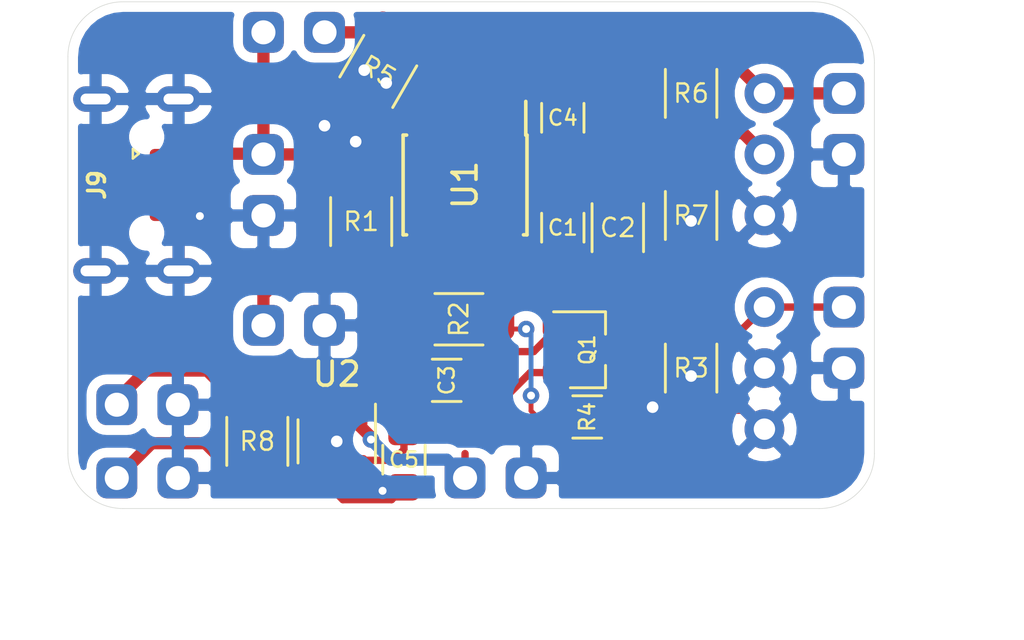
<source format=kicad_pcb>
(kicad_pcb (version 20171130) (host pcbnew 5.1.6)

  (general
    (thickness 1.6)
    (drawings 10)
    (tracks 183)
    (zones 0)
    (modules 27)
    (nets 16)
  )

  (page USLetter)
  (title_block
    (title "PCB Lab 2")
    (date 2020-06-26)
    (comment 1 "CC BY-SA 4.0")
    (comment 2 "(C) Vlad Belous")
  )

  (layers
    (0 F.Cu signal)
    (31 B.Cu signal)
    (34 B.Paste user)
    (35 F.Paste user)
    (36 B.SilkS user)
    (37 F.SilkS user)
    (38 B.Mask user)
    (39 F.Mask user)
    (40 Dwgs.User user)
    (41 Cmts.User user)
    (44 Edge.Cuts user)
    (45 Margin user)
    (46 B.CrtYd user hide)
    (47 F.CrtYd user hide)
    (48 B.Fab user hide)
    (49 F.Fab user hide)
  )

  (setup
    (last_trace_width 0.3048)
    (user_trace_width 0.2032)
    (user_trace_width 0.3048)
    (user_trace_width 0.508)
    (trace_clearance 0.2032)
    (zone_clearance 0.4064)
    (zone_45_only no)
    (trace_min 0.2032)
    (via_size 0.6858)
    (via_drill 0.3302)
    (via_min_size 0.6858)
    (via_min_drill 0.3302)
    (user_via 0.6858 0.3302)
    (user_via 0.7366 0.381)
    (user_via 0.8382 0.4826)
    (uvia_size 0.3)
    (uvia_drill 0.1)
    (uvias_allowed no)
    (uvia_min_size 0.2)
    (uvia_min_drill 0.1)
    (edge_width 0.0254)
    (segment_width 0.2)
    (pcb_text_width 0.3)
    (pcb_text_size 1.5 1.5)
    (mod_edge_width 0.0762)
    (mod_text_size 0.762 0.762)
    (mod_text_width 0.127)
    (pad_size 0.65 0.65)
    (pad_drill 0.65)
    (pad_to_mask_clearance 0.0508)
    (aux_axis_origin 0 0)
    (visible_elements FFFFFF7F)
    (pcbplotparams
      (layerselection 0x010fc_ffffffff)
      (usegerberextensions false)
      (usegerberattributes true)
      (usegerberadvancedattributes true)
      (creategerberjobfile true)
      (excludeedgelayer true)
      (linewidth 0.100000)
      (plotframeref false)
      (viasonmask false)
      (mode 1)
      (useauxorigin false)
      (hpglpennumber 1)
      (hpglpenspeed 20)
      (hpglpendiameter 15.000000)
      (psnegative false)
      (psa4output false)
      (plotreference true)
      (plotvalue true)
      (plotinvisibletext false)
      (padsonsilk false)
      (subtractmaskfromsilk false)
      (outputformat 1)
      (mirror false)
      (drillshape 1)
      (scaleselection 1)
      (outputdirectory ""))
  )

  (net 0 "")
  (net 1 GND)
  (net 2 V+)
  (net 3 "Net-(C3-Pad1)")
  (net 4 "Net-(C3-Pad2)")
  (net 5 "Net-(C4-Pad2)")
  (net 6 VOUT1)
  (net 7 V2-)
  (net 8 VOUT2)
  (net 9 V1-)
  (net 10 V3+)
  (net 11 V3-)
  (net 12 VOUT3)
  (net 13 "Net-(J9-Pad4)")
  (net 14 "Net-(J9-Pad3)")
  (net 15 "Net-(J9-Pad2)")

  (net_class Default "This is the default net class."
    (clearance 0.2032)
    (trace_width 0.2032)
    (via_dia 0.6858)
    (via_drill 0.3302)
    (uvia_dia 0.3)
    (uvia_drill 0.1)
    (diff_pair_width 0.2032)
    (diff_pair_gap 0.25)
    (add_net GND)
    (add_net "Net-(C3-Pad1)")
    (add_net "Net-(C3-Pad2)")
    (add_net "Net-(C4-Pad2)")
    (add_net "Net-(J9-Pad2)")
    (add_net "Net-(J9-Pad3)")
    (add_net "Net-(J9-Pad4)")
    (add_net V+)
    (add_net V1-)
    (add_net V2-)
    (add_net V3+)
    (add_net V3-)
    (add_net VOUT1)
    (add_net VOUT2)
    (add_net VOUT3)
  )

  (module local_footprints:0805_HS (layer F.Cu) (tedit 5C0C83D5) (tstamp 5EF6DD96)
    (at 151.384 129.794 90)
    (descr "Resistor SMD 0805, reflow soldering, Vishay (see dcrcw.pdf)")
    (tags "resistor 0805")
    (path /5EFED469)
    (attr smd)
    (fp_text reference C1 (at 0 0) (layer F.SilkS)
      (effects (font (size 0.635 0.635) (thickness 0.1016)))
    )
    (fp_text value 0.1u (at 0 1.75 90) (layer F.Fab) hide
      (effects (font (size 1 1) (thickness 0.15)))
    )
    (fp_line (start -1 0.62) (end -1 -0.62) (layer F.Fab) (width 0.1))
    (fp_line (start 1 0.62) (end -1 0.62) (layer F.Fab) (width 0.1))
    (fp_line (start 1 -0.62) (end 1 0.62) (layer F.Fab) (width 0.1))
    (fp_line (start -1 -0.62) (end 1 -0.62) (layer F.Fab) (width 0.1))
    (fp_line (start 0.6 0.88) (end -0.6 0.88) (layer F.SilkS) (width 0.12))
    (fp_line (start -0.6 -0.88) (end 0.6 -0.88) (layer F.SilkS) (width 0.12))
    (fp_line (start -1.55 -0.9) (end 1.55 -0.9) (layer F.CrtYd) (width 0.05))
    (fp_line (start -1.55 -0.9) (end -1.55 0.9) (layer F.CrtYd) (width 0.05))
    (fp_line (start 1.55 0.9) (end 1.55 -0.9) (layer F.CrtYd) (width 0.05))
    (fp_line (start 1.55 0.9) (end -1.55 0.9) (layer F.CrtYd) (width 0.05))
    (fp_text user %R (at 0 0 90) (layer F.Fab)
      (effects (font (size 0.5 0.5) (thickness 0.075)))
    )
    (pad 2 smd roundrect (at 1.15 0 90) (size 1.1 1.3) (layers F.Cu F.Paste F.Mask) (roundrect_rratio 0.25)
      (net 1 GND))
    (pad 1 smd roundrect (at -1.15 0 90) (size 1.1 1.3) (layers F.Cu F.Paste F.Mask) (roundrect_rratio 0.25)
      (net 2 V+))
    (model ${KISYS3DMOD}/Resistors_SMD.3dshapes/R_0805.wrl
      (at (xyz 0 0 0))
      (scale (xyz 1 1 1))
      (rotate (xyz 0 0 0))
    )
  )

  (module local_footprints:1206_HS (layer F.Cu) (tedit 5C0C843B) (tstamp 5EF6DDA7)
    (at 153.67 129.794 90)
    (descr "Resistor SMD 1206, reflow soldering, Vishay (see dcrcw.pdf)")
    (tags "resistor 1206")
    (path /5F00E26F)
    (attr smd)
    (fp_text reference C2 (at 0 0) (layer F.SilkS)
      (effects (font (size 0.762 0.762) (thickness 0.1016)))
    )
    (fp_text value 1u (at 0 1.95 90) (layer F.Fab) hide
      (effects (font (size 1 1) (thickness 0.15)))
    )
    (fp_line (start -1.6 0.8) (end -1.6 -0.8) (layer F.Fab) (width 0.1))
    (fp_line (start 1.6 0.8) (end -1.6 0.8) (layer F.Fab) (width 0.1))
    (fp_line (start 1.6 -0.8) (end 1.6 0.8) (layer F.Fab) (width 0.1))
    (fp_line (start -1.6 -0.8) (end 1.6 -0.8) (layer F.Fab) (width 0.1))
    (fp_line (start 1 1.07) (end -1 1.07) (layer F.SilkS) (width 0.12))
    (fp_line (start -1 -1.07) (end 1 -1.07) (layer F.SilkS) (width 0.12))
    (fp_line (start -2.15 -1.11) (end 2.15 -1.11) (layer F.CrtYd) (width 0.05))
    (fp_line (start -2.15 -1.11) (end -2.15 1.1) (layer F.CrtYd) (width 0.05))
    (fp_line (start 2.15 1.1) (end 2.15 -1.11) (layer F.CrtYd) (width 0.05))
    (fp_line (start 2.15 1.1) (end -2.15 1.1) (layer F.CrtYd) (width 0.05))
    (fp_text user %R (at 0 0 90) (layer F.Fab)
      (effects (font (size 0.7 0.7) (thickness 0.105)))
    )
    (pad 2 smd roundrect (at 1.65 0 90) (size 1.3 1.7) (layers F.Cu F.Paste F.Mask) (roundrect_rratio 0.25)
      (net 1 GND))
    (pad 1 smd roundrect (at -1.65 0 90) (size 1.3 1.7) (layers F.Cu F.Paste F.Mask) (roundrect_rratio 0.25)
      (net 2 V+))
    (model ${KISYS3DMOD}/Resistors_SMD.3dshapes/R_1206.wrl
      (at (xyz 0 0 0))
      (scale (xyz 1 1 1))
      (rotate (xyz 0 0 0))
    )
  )

  (module local_footprints:0805_HS (layer F.Cu) (tedit 5C0C83D5) (tstamp 5EF7F1FE)
    (at 146.558 136.144 180)
    (descr "Resistor SMD 0805, reflow soldering, Vishay (see dcrcw.pdf)")
    (tags "resistor 0805")
    (path /5EFA60D6)
    (attr smd)
    (fp_text reference C3 (at 0 0 90) (layer F.SilkS)
      (effects (font (size 0.635 0.635) (thickness 0.1016)))
    )
    (fp_text value 0.1u (at 0 1.75) (layer F.Fab) hide
      (effects (font (size 1 1) (thickness 0.15)))
    )
    (fp_text user %R (at 0 0) (layer F.Fab)
      (effects (font (size 0.5 0.5) (thickness 0.075)))
    )
    (fp_line (start 1.55 0.9) (end -1.55 0.9) (layer F.CrtYd) (width 0.05))
    (fp_line (start 1.55 0.9) (end 1.55 -0.9) (layer F.CrtYd) (width 0.05))
    (fp_line (start -1.55 -0.9) (end -1.55 0.9) (layer F.CrtYd) (width 0.05))
    (fp_line (start -1.55 -0.9) (end 1.55 -0.9) (layer F.CrtYd) (width 0.05))
    (fp_line (start -0.6 -0.88) (end 0.6 -0.88) (layer F.SilkS) (width 0.12))
    (fp_line (start 0.6 0.88) (end -0.6 0.88) (layer F.SilkS) (width 0.12))
    (fp_line (start -1 -0.62) (end 1 -0.62) (layer F.Fab) (width 0.1))
    (fp_line (start 1 -0.62) (end 1 0.62) (layer F.Fab) (width 0.1))
    (fp_line (start 1 0.62) (end -1 0.62) (layer F.Fab) (width 0.1))
    (fp_line (start -1 0.62) (end -1 -0.62) (layer F.Fab) (width 0.1))
    (pad 1 smd roundrect (at -1.15 0 180) (size 1.1 1.3) (layers F.Cu F.Paste F.Mask) (roundrect_rratio 0.25)
      (net 3 "Net-(C3-Pad1)"))
    (pad 2 smd roundrect (at 1.15 0 180) (size 1.1 1.3) (layers F.Cu F.Paste F.Mask) (roundrect_rratio 0.25)
      (net 4 "Net-(C3-Pad2)"))
    (model ${KISYS3DMOD}/Resistors_SMD.3dshapes/R_0805.wrl
      (at (xyz 0 0 0))
      (scale (xyz 1 1 1))
      (rotate (xyz 0 0 0))
    )
  )

  (module local_footprints:0805_HS (layer F.Cu) (tedit 5C0C83D5) (tstamp 5EF6DDC9)
    (at 151.384 125.222 270)
    (descr "Resistor SMD 0805, reflow soldering, Vishay (see dcrcw.pdf)")
    (tags "resistor 0805")
    (path /5EFAF813)
    (attr smd)
    (fp_text reference C4 (at 0 0) (layer F.SilkS)
      (effects (font (size 0.635 0.635) (thickness 0.1016)))
    )
    (fp_text value 0.1u (at 0 1.75 90) (layer F.Fab) hide
      (effects (font (size 1 1) (thickness 0.15)))
    )
    (fp_line (start -1 0.62) (end -1 -0.62) (layer F.Fab) (width 0.1))
    (fp_line (start 1 0.62) (end -1 0.62) (layer F.Fab) (width 0.1))
    (fp_line (start 1 -0.62) (end 1 0.62) (layer F.Fab) (width 0.1))
    (fp_line (start -1 -0.62) (end 1 -0.62) (layer F.Fab) (width 0.1))
    (fp_line (start 0.6 0.88) (end -0.6 0.88) (layer F.SilkS) (width 0.12))
    (fp_line (start -0.6 -0.88) (end 0.6 -0.88) (layer F.SilkS) (width 0.12))
    (fp_line (start -1.55 -0.9) (end 1.55 -0.9) (layer F.CrtYd) (width 0.05))
    (fp_line (start -1.55 -0.9) (end -1.55 0.9) (layer F.CrtYd) (width 0.05))
    (fp_line (start 1.55 0.9) (end 1.55 -0.9) (layer F.CrtYd) (width 0.05))
    (fp_line (start 1.55 0.9) (end -1.55 0.9) (layer F.CrtYd) (width 0.05))
    (fp_text user %R (at 0 0 90) (layer F.Fab)
      (effects (font (size 0.5 0.5) (thickness 0.075)))
    )
    (pad 2 smd roundrect (at 1.15 0 270) (size 1.1 1.3) (layers F.Cu F.Paste F.Mask) (roundrect_rratio 0.25)
      (net 5 "Net-(C4-Pad2)"))
    (pad 1 smd roundrect (at -1.15 0 270) (size 1.1 1.3) (layers F.Cu F.Paste F.Mask) (roundrect_rratio 0.25)
      (net 6 VOUT1))
    (model ${KISYS3DMOD}/Resistors_SMD.3dshapes/R_0805.wrl
      (at (xyz 0 0 0))
      (scale (xyz 1 1 1))
      (rotate (xyz 0 0 0))
    )
  )

  (module local_footprints:0805_HS (layer F.Cu) (tedit 5C0C83D5) (tstamp 5EF6DDDA)
    (at 144.78 139.446 270)
    (descr "Resistor SMD 0805, reflow soldering, Vishay (see dcrcw.pdf)")
    (tags "resistor 0805")
    (path /5F026E35)
    (attr smd)
    (fp_text reference C5 (at 0 0) (layer F.SilkS)
      (effects (font (size 0.635 0.635) (thickness 0.1016)))
    )
    (fp_text value 0.1u (at 0 1.75 90) (layer F.Fab) hide
      (effects (font (size 1 1) (thickness 0.15)))
    )
    (fp_line (start -1 0.62) (end -1 -0.62) (layer F.Fab) (width 0.1))
    (fp_line (start 1 0.62) (end -1 0.62) (layer F.Fab) (width 0.1))
    (fp_line (start 1 -0.62) (end 1 0.62) (layer F.Fab) (width 0.1))
    (fp_line (start -1 -0.62) (end 1 -0.62) (layer F.Fab) (width 0.1))
    (fp_line (start 0.6 0.88) (end -0.6 0.88) (layer F.SilkS) (width 0.12))
    (fp_line (start -0.6 -0.88) (end 0.6 -0.88) (layer F.SilkS) (width 0.12))
    (fp_line (start -1.55 -0.9) (end 1.55 -0.9) (layer F.CrtYd) (width 0.05))
    (fp_line (start -1.55 -0.9) (end -1.55 0.9) (layer F.CrtYd) (width 0.05))
    (fp_line (start 1.55 0.9) (end 1.55 -0.9) (layer F.CrtYd) (width 0.05))
    (fp_line (start 1.55 0.9) (end -1.55 0.9) (layer F.CrtYd) (width 0.05))
    (fp_text user %R (at 0 0 90) (layer F.Fab)
      (effects (font (size 0.5 0.5) (thickness 0.075)))
    )
    (pad 2 smd roundrect (at 1.15 0 270) (size 1.1 1.3) (layers F.Cu F.Paste F.Mask) (roundrect_rratio 0.25)
      (net 1 GND))
    (pad 1 smd roundrect (at -1.15 0 270) (size 1.1 1.3) (layers F.Cu F.Paste F.Mask) (roundrect_rratio 0.25)
      (net 2 V+))
    (model ${KISYS3DMOD}/Resistors_SMD.3dshapes/R_0805.wrl
      (at (xyz 0 0 0))
      (scale (xyz 1 1 1))
      (rotate (xyz 0 0 0))
    )
  )

  (module local_footprints:Pin_Header_Straight_1x02_Pitch2.54mm (layer F.Cu) (tedit 5ED45FCE) (tstamp 5EF6DDE5)
    (at 138.938 126.746 180)
    (descr "Through hole straight pin header, 1x07, 2.54mm pitch, single row")
    (tags "Through hole pin header THT 1x07 2.54mm single row")
    (path /5EF73846)
    (fp_text reference J1 (at 0 -5.08) (layer F.SilkS) hide
      (effects (font (size 0.762 0.762) (thickness 0.127)))
    )
    (fp_text value Conn_01x02 (at 0 2.54) (layer F.Fab) hide
      (effects (font (size 1 1) (thickness 0.15)))
    )
    (fp_text user %R (at 0 -5.08 180) (layer F.Fab) hide
      (effects (font (size 0.762 0.762) (thickness 0.127)))
    )
    (fp_line (start -1.27 -3.81) (end 1.27 -3.81) (layer F.CrtYd) (width 0.05))
    (fp_line (start 1.27 -3.81) (end 1.27 1.27) (layer F.CrtYd) (width 0.05))
    (fp_line (start 1.27 1.27) (end -1.27 1.27) (layer F.CrtYd) (width 0.05))
    (fp_line (start -1.27 1.27) (end -1.27 -3.81) (layer F.CrtYd) (width 0.05))
    (pad 2 thru_hole roundrect (at 0 -2.54 180) (size 1.7 1.7) (drill 1) (layers *.Cu *.Mask) (roundrect_rratio 0.25)
      (net 1 GND))
    (pad 1 thru_hole roundrect (at 0 0 180) (size 1.7 1.7) (drill 1) (layers *.Cu *.Mask) (roundrect_rratio 0.25)
      (net 2 V+))
    (model ${KISYS3DMOD}/Pin_Headers.3dshapes/Pin_Header_Straight_1x07_Pitch2.54mm.wrl
      (at (xyz 0 0 0))
      (scale (xyz 1 1 1))
      (rotate (xyz 0 0 0))
    )
  )

  (module local_footprints:Pin_Header_Straight_1x02_Pitch2.54mm (layer F.Cu) (tedit 5ED45FCE) (tstamp 5EF6DDF0)
    (at 138.938 133.858 270)
    (descr "Through hole straight pin header, 1x07, 2.54mm pitch, single row")
    (tags "Through hole pin header THT 1x07 2.54mm single row")
    (path /5EF75BA2)
    (fp_text reference J2 (at 0 -5.08 90) (layer F.SilkS) hide
      (effects (font (size 0.762 0.762) (thickness 0.127)))
    )
    (fp_text value Conn_01x02 (at 0 2.54 90) (layer F.Fab) hide
      (effects (font (size 1 1) (thickness 0.15)))
    )
    (fp_line (start -1.27 1.27) (end -1.27 -3.81) (layer F.CrtYd) (width 0.05))
    (fp_line (start 1.27 1.27) (end -1.27 1.27) (layer F.CrtYd) (width 0.05))
    (fp_line (start 1.27 -3.81) (end 1.27 1.27) (layer F.CrtYd) (width 0.05))
    (fp_line (start -1.27 -3.81) (end 1.27 -3.81) (layer F.CrtYd) (width 0.05))
    (fp_text user %R (at 0 -5.08 270) (layer F.Fab) hide
      (effects (font (size 0.762 0.762) (thickness 0.127)))
    )
    (pad 1 thru_hole roundrect (at 0 0 270) (size 1.7 1.7) (drill 1) (layers *.Cu *.Mask) (roundrect_rratio 0.25)
      (net 7 V2-))
    (pad 2 thru_hole roundrect (at 0 -2.54 270) (size 1.7 1.7) (drill 1) (layers *.Cu *.Mask) (roundrect_rratio 0.25)
      (net 1 GND))
    (model ${KISYS3DMOD}/Pin_Headers.3dshapes/Pin_Header_Straight_1x07_Pitch2.54mm.wrl
      (at (xyz 0 0 0))
      (scale (xyz 1 1 1))
      (rotate (xyz 0 0 0))
    )
  )

  (module local_footprints:Pin_Header_Straight_1x02_Pitch2.54mm (layer F.Cu) (tedit 5ED45FCE) (tstamp 5EF6DDFB)
    (at 163.068 133.096 180)
    (descr "Through hole straight pin header, 1x07, 2.54mm pitch, single row")
    (tags "Through hole pin header THT 1x07 2.54mm single row")
    (path /5EF7FA91)
    (fp_text reference J3 (at 0 -5.08) (layer F.SilkS) hide
      (effects (font (size 0.762 0.762) (thickness 0.127)))
    )
    (fp_text value Conn_01x02 (at 0 2.54) (layer F.Fab) hide
      (effects (font (size 1 1) (thickness 0.15)))
    )
    (fp_text user %R (at 0 -5.08 180) (layer F.Fab) hide
      (effects (font (size 0.762 0.762) (thickness 0.127)))
    )
    (fp_line (start -1.27 -3.81) (end 1.27 -3.81) (layer F.CrtYd) (width 0.05))
    (fp_line (start 1.27 -3.81) (end 1.27 1.27) (layer F.CrtYd) (width 0.05))
    (fp_line (start 1.27 1.27) (end -1.27 1.27) (layer F.CrtYd) (width 0.05))
    (fp_line (start -1.27 1.27) (end -1.27 -3.81) (layer F.CrtYd) (width 0.05))
    (pad 2 thru_hole roundrect (at 0 -2.54 180) (size 1.7 1.7) (drill 1) (layers *.Cu *.Mask) (roundrect_rratio 0.25)
      (net 1 GND))
    (pad 1 thru_hole roundrect (at 0 0 180) (size 1.7 1.7) (drill 1) (layers *.Cu *.Mask) (roundrect_rratio 0.25)
      (net 8 VOUT2))
    (model ${KISYS3DMOD}/Pin_Headers.3dshapes/Pin_Header_Straight_1x07_Pitch2.54mm.wrl
      (at (xyz 0 0 0))
      (scale (xyz 1 1 1))
      (rotate (xyz 0 0 0))
    )
  )

  (module local_footprints:Pin_Header_Straight_1x02_Pitch2.54mm (layer F.Cu) (tedit 5ED45FCE) (tstamp 5EF713E4)
    (at 138.938 121.666 270)
    (descr "Through hole straight pin header, 1x07, 2.54mm pitch, single row")
    (tags "Through hole pin header THT 1x07 2.54mm single row")
    (path /5EF82E21)
    (fp_text reference J4 (at 0 -5.08 90) (layer F.SilkS) hide
      (effects (font (size 0.762 0.762) (thickness 0.127)))
    )
    (fp_text value Conn_01x02 (at 0 2.54 90) (layer F.Fab) hide
      (effects (font (size 1 1) (thickness 0.15)))
    )
    (fp_line (start -1.27 1.27) (end -1.27 -3.81) (layer F.CrtYd) (width 0.05))
    (fp_line (start 1.27 1.27) (end -1.27 1.27) (layer F.CrtYd) (width 0.05))
    (fp_line (start 1.27 -3.81) (end 1.27 1.27) (layer F.CrtYd) (width 0.05))
    (fp_line (start -1.27 -3.81) (end 1.27 -3.81) (layer F.CrtYd) (width 0.05))
    (fp_text user %R (at 0 -5.08 270) (layer F.Fab) hide
      (effects (font (size 0.762 0.762) (thickness 0.127)))
    )
    (pad 1 thru_hole roundrect (at 0 0 270) (size 1.7 1.7) (drill 1) (layers *.Cu *.Mask) (roundrect_rratio 0.25)
      (net 2 V+))
    (pad 2 thru_hole roundrect (at 0 -2.54 270) (size 1.7 1.7) (drill 1) (layers *.Cu *.Mask) (roundrect_rratio 0.25)
      (net 9 V1-))
    (model ${KISYS3DMOD}/Pin_Headers.3dshapes/Pin_Header_Straight_1x07_Pitch2.54mm.wrl
      (at (xyz 0 0 0))
      (scale (xyz 1 1 1))
      (rotate (xyz 0 0 0))
    )
  )

  (module local_footprints:Pin_Header_Straight_1x02_Pitch2.54mm (layer F.Cu) (tedit 5ED45FCE) (tstamp 5EF6DE11)
    (at 163.068 124.206 180)
    (descr "Through hole straight pin header, 1x07, 2.54mm pitch, single row")
    (tags "Through hole pin header THT 1x07 2.54mm single row")
    (path /5EFC766D)
    (fp_text reference J5 (at 0 -5.08) (layer F.SilkS) hide
      (effects (font (size 0.762 0.762) (thickness 0.127)))
    )
    (fp_text value Conn_01x02 (at 0 2.54) (layer F.Fab) hide
      (effects (font (size 1 1) (thickness 0.15)))
    )
    (fp_line (start -1.27 1.27) (end -1.27 -3.81) (layer F.CrtYd) (width 0.05))
    (fp_line (start 1.27 1.27) (end -1.27 1.27) (layer F.CrtYd) (width 0.05))
    (fp_line (start 1.27 -3.81) (end 1.27 1.27) (layer F.CrtYd) (width 0.05))
    (fp_line (start -1.27 -3.81) (end 1.27 -3.81) (layer F.CrtYd) (width 0.05))
    (fp_text user %R (at 0 -5.08 180) (layer F.Fab) hide
      (effects (font (size 0.762 0.762) (thickness 0.127)))
    )
    (pad 1 thru_hole roundrect (at 0 0 180) (size 1.7 1.7) (drill 1) (layers *.Cu *.Mask) (roundrect_rratio 0.25)
      (net 6 VOUT1))
    (pad 2 thru_hole roundrect (at 0 -2.54 180) (size 1.7 1.7) (drill 1) (layers *.Cu *.Mask) (roundrect_rratio 0.25)
      (net 1 GND))
    (model ${KISYS3DMOD}/Pin_Headers.3dshapes/Pin_Header_Straight_1x07_Pitch2.54mm.wrl
      (at (xyz 0 0 0))
      (scale (xyz 1 1 1))
      (rotate (xyz 0 0 0))
    )
  )

  (module local_footprints:Pin_Header_Straight_1x02_Pitch2.54mm (layer F.Cu) (tedit 5ED45FCE) (tstamp 5EF6DE1C)
    (at 132.842 137.16 270)
    (descr "Through hole straight pin header, 1x07, 2.54mm pitch, single row")
    (tags "Through hole pin header THT 1x07 2.54mm single row")
    (path /5F01F794)
    (fp_text reference J6 (at 0 -5.08 90) (layer F.SilkS) hide
      (effects (font (size 0.762 0.762) (thickness 0.127)))
    )
    (fp_text value Conn_01x02 (at 0 2.54 90) (layer F.Fab) hide
      (effects (font (size 1 1) (thickness 0.15)))
    )
    (fp_text user %R (at 0 -5.08 270) (layer F.Fab) hide
      (effects (font (size 0.762 0.762) (thickness 0.127)))
    )
    (fp_line (start -1.27 -3.81) (end 1.27 -3.81) (layer F.CrtYd) (width 0.05))
    (fp_line (start 1.27 -3.81) (end 1.27 1.27) (layer F.CrtYd) (width 0.05))
    (fp_line (start 1.27 1.27) (end -1.27 1.27) (layer F.CrtYd) (width 0.05))
    (fp_line (start -1.27 1.27) (end -1.27 -3.81) (layer F.CrtYd) (width 0.05))
    (pad 2 thru_hole roundrect (at 0 -2.54 270) (size 1.7 1.7) (drill 1) (layers *.Cu *.Mask) (roundrect_rratio 0.25)
      (net 1 GND))
    (pad 1 thru_hole roundrect (at 0 0 270) (size 1.7 1.7) (drill 1) (layers *.Cu *.Mask) (roundrect_rratio 0.25)
      (net 10 V3+))
    (model ${KISYS3DMOD}/Pin_Headers.3dshapes/Pin_Header_Straight_1x07_Pitch2.54mm.wrl
      (at (xyz 0 0 0))
      (scale (xyz 1 1 1))
      (rotate (xyz 0 0 0))
    )
  )

  (module local_footprints:Pin_Header_Straight_1x02_Pitch2.54mm (layer F.Cu) (tedit 5ED45FCE) (tstamp 5EF6DE27)
    (at 132.842 140.208 270)
    (descr "Through hole straight pin header, 1x07, 2.54mm pitch, single row")
    (tags "Through hole pin header THT 1x07 2.54mm single row")
    (path /5F01BB18)
    (fp_text reference J7 (at 0 -5.08 90) (layer F.SilkS) hide
      (effects (font (size 0.762 0.762) (thickness 0.127)))
    )
    (fp_text value Conn_01x02 (at 0 2.54 90) (layer F.Fab) hide
      (effects (font (size 1 1) (thickness 0.15)))
    )
    (fp_line (start -1.27 1.27) (end -1.27 -3.81) (layer F.CrtYd) (width 0.05))
    (fp_line (start 1.27 1.27) (end -1.27 1.27) (layer F.CrtYd) (width 0.05))
    (fp_line (start 1.27 -3.81) (end 1.27 1.27) (layer F.CrtYd) (width 0.05))
    (fp_line (start -1.27 -3.81) (end 1.27 -3.81) (layer F.CrtYd) (width 0.05))
    (fp_text user %R (at 0 -5.08 270) (layer F.Fab) hide
      (effects (font (size 0.762 0.762) (thickness 0.127)))
    )
    (pad 1 thru_hole roundrect (at 0 0 270) (size 1.7 1.7) (drill 1) (layers *.Cu *.Mask) (roundrect_rratio 0.25)
      (net 11 V3-))
    (pad 2 thru_hole roundrect (at 0 -2.54 270) (size 1.7 1.7) (drill 1) (layers *.Cu *.Mask) (roundrect_rratio 0.25)
      (net 1 GND))
    (model ${KISYS3DMOD}/Pin_Headers.3dshapes/Pin_Header_Straight_1x07_Pitch2.54mm.wrl
      (at (xyz 0 0 0))
      (scale (xyz 1 1 1))
      (rotate (xyz 0 0 0))
    )
  )

  (module local_footprints:Pin_Header_Straight_1x02_Pitch2.54mm (layer F.Cu) (tedit 5ED45FCE) (tstamp 5EF6DE32)
    (at 147.32 140.208 270)
    (descr "Through hole straight pin header, 1x07, 2.54mm pitch, single row")
    (tags "Through hole pin header THT 1x07 2.54mm single row")
    (path /5F018C06)
    (fp_text reference J8 (at 0 -5.08 90) (layer F.SilkS) hide
      (effects (font (size 0.762 0.762) (thickness 0.127)))
    )
    (fp_text value Conn_01x02 (at 0 2.54 90) (layer F.Fab) hide
      (effects (font (size 1 1) (thickness 0.15)))
    )
    (fp_text user %R (at 0 -5.08 270) (layer F.Fab) hide
      (effects (font (size 0.762 0.762) (thickness 0.127)))
    )
    (fp_line (start -1.27 -3.81) (end 1.27 -3.81) (layer F.CrtYd) (width 0.05))
    (fp_line (start 1.27 -3.81) (end 1.27 1.27) (layer F.CrtYd) (width 0.05))
    (fp_line (start 1.27 1.27) (end -1.27 1.27) (layer F.CrtYd) (width 0.05))
    (fp_line (start -1.27 1.27) (end -1.27 -3.81) (layer F.CrtYd) (width 0.05))
    (pad 2 thru_hole roundrect (at 0 -2.54 270) (size 1.7 1.7) (drill 1) (layers *.Cu *.Mask) (roundrect_rratio 0.25)
      (net 1 GND))
    (pad 1 thru_hole roundrect (at 0 0 270) (size 1.7 1.7) (drill 1) (layers *.Cu *.Mask) (roundrect_rratio 0.25)
      (net 12 VOUT3))
    (model ${KISYS3DMOD}/Pin_Headers.3dshapes/Pin_Header_Straight_1x07_Pitch2.54mm.wrl
      (at (xyz 0 0 0))
      (scale (xyz 1 1 1))
      (rotate (xyz 0 0 0))
    )
  )

  (module local_footprints:USB-micro-B_4-legs_Banggood (layer F.Cu) (tedit 5EF6DAE4) (tstamp 5EF6DE4B)
    (at 130.81 128.016 270)
    (descr "USB Micro-B receptacle, 4-legs, unknown part number, www.banggood.com/10pcs-Micro-USB-Type-B-5-Pin-Female-Socket-4-Vertical-Legs-For-Solder-Connector-p-1356004.html")
    (tags "usb micro receptacle")
    (path /5F03324B)
    (attr smd)
    (fp_text reference J9 (at 0 -1.2 90) (layer F.SilkS)
      (effects (font (size 0.7 0.7) (thickness 0.15)))
    )
    (fp_text value USB_B_Micro (at 0 3.45 90) (layer F.Fab)
      (effects (font (size 1 1) (thickness 0.15)))
    )
    (fp_line (start -1.1 -2.7) (end -1.5 -2.7) (layer F.SilkS) (width 0.1016))
    (fp_line (start -1.3 -2.95) (end -1.1 -2.7) (layer F.SilkS) (width 0.1016))
    (fp_line (start -1.5 -2.7) (end -1.3 -2.95) (layer F.SilkS) (width 0.1016))
    (fp_line (start -2.7 0) (end 2.7 0) (layer Dwgs.User) (width 0.05))
    (fp_line (start -4.915 -7.24) (end -4.915 0.95) (layer F.CrtYd) (width 0.05))
    (fp_line (start -4.915 0.95) (end 4.975 0.95) (layer F.CrtYd) (width 0.05))
    (fp_line (start 4.975 0.95) (end 4.975 -7.24) (layer F.CrtYd) (width 0.05))
    (fp_line (start 4.975 -7.24) (end -4.915 -7.24) (layer F.CrtYd) (width 0.05))
    (fp_text user "PCB Edge" (at 0 0.45 90) (layer Dwgs.User)
      (effects (font (size 0.5 0.5) (thickness 0.08)))
    )
    (fp_text user %R (at 0.1 1.975 90) (layer F.Fab)
      (effects (font (size 1 1) (thickness 0.15)))
    )
    (pad "" np_thru_hole oval (at 2 -3.275 270) (size 0.65 0.65) (drill 0.65) (layers *.Cu *.Mask))
    (pad 6 thru_hole oval (at 3.575 -1.15 270) (size 1.06 1.86) (drill oval 0.45 1.25) (layers *.Cu *.Mask)
      (net 1 GND))
    (pad 6 thru_hole oval (at 3.575 -4.6 270) (size 1.06 1.86) (drill oval 0.45 1.25) (layers *.Cu *.Mask)
      (net 1 GND))
    (pad 5 smd roundrect (at 1.3 -4.2 270) (size 0.4 1.6) (layers F.Cu F.Paste F.Mask) (roundrect_rratio 0.5)
      (net 1 GND))
    (pad 4 smd roundrect (at 0.65 -4.2 270) (size 0.4 1.6) (layers F.Cu F.Paste F.Mask) (roundrect_rratio 0.25)
      (net 13 "Net-(J9-Pad4)"))
    (pad 3 smd roundrect (at 0 -4.2 270) (size 0.4 1.6) (layers F.Cu F.Paste F.Mask) (roundrect_rratio 0.25)
      (net 14 "Net-(J9-Pad3)"))
    (pad 2 smd roundrect (at -0.65 -4.2 270) (size 0.4 1.6) (layers F.Cu F.Paste F.Mask) (roundrect_rratio 0.25)
      (net 15 "Net-(J9-Pad2)"))
    (pad 1 smd roundrect (at -1.3 -4.2 270) (size 0.4 1.6) (layers F.Cu F.Paste F.Mask) (roundrect_rratio 0.5)
      (net 2 V+))
    (pad 6 thru_hole oval (at -3.575 -1.15 270) (size 1.06 1.86) (drill oval 0.45 1.25) (layers *.Cu *.Mask)
      (net 1 GND))
    (pad 6 thru_hole oval (at -3.575 -4.6 270) (size 1.06 1.86) (drill oval 0.45 1.25) (layers *.Cu *.Mask)
      (net 1 GND))
    (pad "" np_thru_hole oval (at -2 -3.275 270) (size 0.65 0.65) (drill 0.65) (layers *.Cu *.Mask))
  )

  (module local_footprints:SOT-23_HS (layer F.Cu) (tedit 5C0C84E5) (tstamp 5EF6DE60)
    (at 152.4 134.874)
    (descr "SOT-23, Standard")
    (tags SOT-23)
    (path /5EF34E53)
    (attr smd)
    (fp_text reference Q1 (at 0 0 90) (layer F.SilkS)
      (effects (font (size 0.635 0.635) (thickness 0.1016)))
    )
    (fp_text value FDV302P (at 0 2.5) (layer F.Fab) hide
      (effects (font (size 1 1) (thickness 0.15)))
    )
    (fp_line (start -0.7 -0.95) (end -0.7 1.5) (layer F.Fab) (width 0.1))
    (fp_line (start -0.15 -1.52) (end 0.7 -1.52) (layer F.Fab) (width 0.1))
    (fp_line (start -0.7 -0.95) (end -0.15 -1.52) (layer F.Fab) (width 0.1))
    (fp_line (start 0.7 -1.52) (end 0.7 1.52) (layer F.Fab) (width 0.1))
    (fp_line (start -0.7 1.52) (end 0.7 1.52) (layer F.Fab) (width 0.1))
    (fp_line (start 0.76 1.58) (end 0.76 0.65) (layer F.SilkS) (width 0.12))
    (fp_line (start 0.76 -1.58) (end 0.76 -0.65) (layer F.SilkS) (width 0.12))
    (fp_line (start -1.7 -1.75) (end 1.7 -1.75) (layer F.CrtYd) (width 0.05))
    (fp_line (start 1.7 -1.75) (end 1.7 1.75) (layer F.CrtYd) (width 0.05))
    (fp_line (start 1.7 1.75) (end -1.7 1.75) (layer F.CrtYd) (width 0.05))
    (fp_line (start -1.7 1.75) (end -1.7 -1.75) (layer F.CrtYd) (width 0.05))
    (fp_line (start 0.76 -1.58) (end -1.4 -1.58) (layer F.SilkS) (width 0.12))
    (fp_line (start 0.76 1.58) (end -0.7 1.58) (layer F.SilkS) (width 0.12))
    (fp_text user %R (at 0 0 90) (layer F.Fab)
      (effects (font (size 0.635 0.635) (thickness 0.1016)))
    )
    (pad 3 smd roundrect (at 1.2 0) (size 1.3 0.8) (layers F.Cu F.Paste F.Mask) (roundrect_rratio 0.25)
      (net 8 VOUT2))
    (pad 2 smd roundrect (at -1.2 0.95) (size 1.3 0.8) (layers F.Cu F.Paste F.Mask) (roundrect_rratio 0.25)
      (net 4 "Net-(C3-Pad2)"))
    (pad 1 smd roundrect (at -1.2 -0.95) (size 1.3 0.8) (layers F.Cu F.Paste F.Mask) (roundrect_rratio 0.25)
      (net 3 "Net-(C3-Pad1)"))
    (model ${KISYS3DMOD}/TO_SOT_Packages_SMD.3dshapes/SOT-23.wrl
      (at (xyz 0 0 0))
      (scale (xyz 1 1 1))
      (rotate (xyz 0 0 0))
    )
  )

  (module local_footprints:1210_HS (layer F.Cu) (tedit 5C934426) (tstamp 5EF6DE6F)
    (at 143.002 129.54 90)
    (descr "Generic SMD 1210")
    (tags "resistor 1206")
    (path /5EF51AC3)
    (attr smd)
    (fp_text reference R1 (at 0 0) (layer F.SilkS)
      (effects (font (size 0.762 0.762) (thickness 0.1016)))
    )
    (fp_text value 1 (at 0 2.286 90) (layer F.Fab) hide
      (effects (font (size 1 1) (thickness 0.15)))
    )
    (fp_line (start -1.6 0.8) (end -1.6 -0.8) (layer F.Fab) (width 0.1))
    (fp_line (start 1.6 -0.8) (end 1.6 0.8) (layer F.Fab) (width 0.1))
    (fp_line (start 1 1.27) (end -1 1.27) (layer F.SilkS) (width 0.12))
    (fp_line (start -1 -1.27) (end 1 -1.27) (layer F.SilkS) (width 0.12))
    (fp_line (start -2.25 -1.25) (end 2.25 -1.25) (layer F.CrtYd) (width 0.05))
    (fp_line (start -2.25 -1.25) (end -2.25 1.25) (layer F.CrtYd) (width 0.05))
    (fp_line (start 2.25 1.25) (end 2.25 -1.25) (layer F.CrtYd) (width 0.05))
    (fp_line (start 2.25 1.25) (end -2.25 1.25) (layer F.CrtYd) (width 0.05))
    (fp_text user %R (at 0 0) (layer F.Fab)
      (effects (font (size 0.7 0.7) (thickness 0.105)))
    )
    (pad 2 smd roundrect (at 1.65 0 90) (size 1.3 2.5) (layers F.Cu F.Paste F.Mask) (roundrect_rratio 0.25)
      (net 2 V+))
    (pad 1 smd roundrect (at -1.65 0 90) (size 1.3 2.5) (layers F.Cu F.Paste F.Mask) (roundrect_rratio 0.25)
      (net 7 V2-))
    (model ${KISYS3DMOD}/Resistors_SMD.3dshapes/R_1210.wrl
      (at (xyz 0 0 0))
      (scale (xyz 1 1 1))
      (rotate (xyz 0 0 0))
    )
  )

  (module local_footprints:1206_HS (layer F.Cu) (tedit 5C0C843B) (tstamp 5EF7EF92)
    (at 147.066 133.604 180)
    (descr "Resistor SMD 1206, reflow soldering, Vishay (see dcrcw.pdf)")
    (tags "resistor 1206")
    (path /5EF339BE)
    (attr smd)
    (fp_text reference R2 (at 0 0 90) (layer F.SilkS)
      (effects (font (size 0.762 0.762) (thickness 0.1016)))
    )
    (fp_text value 100 (at 0 1.95) (layer F.Fab) hide
      (effects (font (size 1 1) (thickness 0.15)))
    )
    (fp_line (start -1.6 0.8) (end -1.6 -0.8) (layer F.Fab) (width 0.1))
    (fp_line (start 1.6 0.8) (end -1.6 0.8) (layer F.Fab) (width 0.1))
    (fp_line (start 1.6 -0.8) (end 1.6 0.8) (layer F.Fab) (width 0.1))
    (fp_line (start -1.6 -0.8) (end 1.6 -0.8) (layer F.Fab) (width 0.1))
    (fp_line (start 1 1.07) (end -1 1.07) (layer F.SilkS) (width 0.12))
    (fp_line (start -1 -1.07) (end 1 -1.07) (layer F.SilkS) (width 0.12))
    (fp_line (start -2.15 -1.11) (end 2.15 -1.11) (layer F.CrtYd) (width 0.05))
    (fp_line (start -2.15 -1.11) (end -2.15 1.1) (layer F.CrtYd) (width 0.05))
    (fp_line (start 2.15 1.1) (end 2.15 -1.11) (layer F.CrtYd) (width 0.05))
    (fp_line (start 2.15 1.1) (end -2.15 1.1) (layer F.CrtYd) (width 0.05))
    (fp_text user %R (at 0 0) (layer F.Fab)
      (effects (font (size 0.7 0.7) (thickness 0.105)))
    )
    (pad 2 smd roundrect (at 1.65 0 180) (size 1.3 1.7) (layers F.Cu F.Paste F.Mask) (roundrect_rratio 0.25)
      (net 4 "Net-(C3-Pad2)"))
    (pad 1 smd roundrect (at -1.65 0 180) (size 1.3 1.7) (layers F.Cu F.Paste F.Mask) (roundrect_rratio 0.25)
      (net 2 V+))
    (model ${KISYS3DMOD}/Resistors_SMD.3dshapes/R_1206.wrl
      (at (xyz 0 0 0))
      (scale (xyz 1 1 1))
      (rotate (xyz 0 0 0))
    )
  )

  (module local_footprints:1206_HS (layer F.Cu) (tedit 5C0C843B) (tstamp 5EF6DE91)
    (at 156.718 135.636 270)
    (descr "Resistor SMD 1206, reflow soldering, Vishay (see dcrcw.pdf)")
    (tags "resistor 1206")
    (path /5EF341B9)
    (attr smd)
    (fp_text reference R3 (at 0 0) (layer F.SilkS)
      (effects (font (size 0.762 0.762) (thickness 0.1016)))
    )
    (fp_text value 10k (at 0 1.95 90) (layer F.Fab) hide
      (effects (font (size 1 1) (thickness 0.15)))
    )
    (fp_text user %R (at 0 0 90) (layer F.Fab)
      (effects (font (size 0.7 0.7) (thickness 0.105)))
    )
    (fp_line (start 2.15 1.1) (end -2.15 1.1) (layer F.CrtYd) (width 0.05))
    (fp_line (start 2.15 1.1) (end 2.15 -1.11) (layer F.CrtYd) (width 0.05))
    (fp_line (start -2.15 -1.11) (end -2.15 1.1) (layer F.CrtYd) (width 0.05))
    (fp_line (start -2.15 -1.11) (end 2.15 -1.11) (layer F.CrtYd) (width 0.05))
    (fp_line (start -1 -1.07) (end 1 -1.07) (layer F.SilkS) (width 0.12))
    (fp_line (start 1 1.07) (end -1 1.07) (layer F.SilkS) (width 0.12))
    (fp_line (start -1.6 -0.8) (end 1.6 -0.8) (layer F.Fab) (width 0.1))
    (fp_line (start 1.6 -0.8) (end 1.6 0.8) (layer F.Fab) (width 0.1))
    (fp_line (start 1.6 0.8) (end -1.6 0.8) (layer F.Fab) (width 0.1))
    (fp_line (start -1.6 0.8) (end -1.6 -0.8) (layer F.Fab) (width 0.1))
    (pad 1 smd roundrect (at -1.65 0 270) (size 1.3 1.7) (layers F.Cu F.Paste F.Mask) (roundrect_rratio 0.25)
      (net 8 VOUT2))
    (pad 2 smd roundrect (at 1.65 0 270) (size 1.3 1.7) (layers F.Cu F.Paste F.Mask) (roundrect_rratio 0.25)
      (net 1 GND))
    (model ${KISYS3DMOD}/Resistors_SMD.3dshapes/R_1206.wrl
      (at (xyz 0 0 0))
      (scale (xyz 1 1 1))
      (rotate (xyz 0 0 0))
    )
  )

  (module local_footprints:0805_HS (layer F.Cu) (tedit 5C0C83D5) (tstamp 5EF711E4)
    (at 152.4 137.668 180)
    (descr "Resistor SMD 0805, reflow soldering, Vishay (see dcrcw.pdf)")
    (tags "resistor 0805")
    (path /5EF4027E)
    (attr smd)
    (fp_text reference R4 (at 0 0 90) (layer F.SilkS)
      (effects (font (size 0.635 0.635) (thickness 0.1016)))
    )
    (fp_text value 100k (at 0 1.75) (layer F.Fab) hide
      (effects (font (size 1 1) (thickness 0.15)))
    )
    (fp_text user %R (at 0 0) (layer F.Fab)
      (effects (font (size 0.5 0.5) (thickness 0.075)))
    )
    (fp_line (start 1.55 0.9) (end -1.55 0.9) (layer F.CrtYd) (width 0.05))
    (fp_line (start 1.55 0.9) (end 1.55 -0.9) (layer F.CrtYd) (width 0.05))
    (fp_line (start -1.55 -0.9) (end -1.55 0.9) (layer F.CrtYd) (width 0.05))
    (fp_line (start -1.55 -0.9) (end 1.55 -0.9) (layer F.CrtYd) (width 0.05))
    (fp_line (start -0.6 -0.88) (end 0.6 -0.88) (layer F.SilkS) (width 0.12))
    (fp_line (start 0.6 0.88) (end -0.6 0.88) (layer F.SilkS) (width 0.12))
    (fp_line (start -1 -0.62) (end 1 -0.62) (layer F.Fab) (width 0.1))
    (fp_line (start 1 -0.62) (end 1 0.62) (layer F.Fab) (width 0.1))
    (fp_line (start 1 0.62) (end -1 0.62) (layer F.Fab) (width 0.1))
    (fp_line (start -1 0.62) (end -1 -0.62) (layer F.Fab) (width 0.1))
    (pad 1 smd roundrect (at -1.15 0 180) (size 1.1 1.3) (layers F.Cu F.Paste F.Mask) (roundrect_rratio 0.25)
      (net 3 "Net-(C3-Pad1)"))
    (pad 2 smd roundrect (at 1.15 0 180) (size 1.1 1.3) (layers F.Cu F.Paste F.Mask) (roundrect_rratio 0.25)
      (net 2 V+))
    (model ${KISYS3DMOD}/Resistors_SMD.3dshapes/R_0805.wrl
      (at (xyz 0 0 0))
      (scale (xyz 1 1 1))
      (rotate (xyz 0 0 0))
    )
  )

  (module local_footprints:1210_HS (layer F.Cu) (tedit 5C934426) (tstamp 5EF6F842)
    (at 143.7132 123.2916 60)
    (descr "Generic SMD 1210")
    (tags "resistor 1206")
    (path /5EF0C80B)
    (attr smd)
    (fp_text reference R5 (at 0 0 150) (layer F.SilkS)
      (effects (font (size 0.762 0.762) (thickness 0.1016)))
    )
    (fp_text value 1 (at 0 2.286 60) (layer F.Fab) hide
      (effects (font (size 1 1) (thickness 0.15)))
    )
    (fp_text user %R (at 0 0 150) (layer F.Fab)
      (effects (font (size 0.7 0.7) (thickness 0.105)))
    )
    (fp_line (start 2.25 1.25) (end -2.25 1.25) (layer F.CrtYd) (width 0.05))
    (fp_line (start 2.25 1.25) (end 2.25 -1.25) (layer F.CrtYd) (width 0.05))
    (fp_line (start -2.25 -1.25) (end -2.25 1.25) (layer F.CrtYd) (width 0.05))
    (fp_line (start -2.25 -1.25) (end 2.25 -1.25) (layer F.CrtYd) (width 0.05))
    (fp_line (start -1 -1.27) (end 1 -1.27) (layer F.SilkS) (width 0.12))
    (fp_line (start 1 1.27) (end -1 1.27) (layer F.SilkS) (width 0.12))
    (fp_line (start 1.6 -0.8) (end 1.6 0.8) (layer F.Fab) (width 0.1))
    (fp_line (start -1.6 0.8) (end -1.6 -0.8) (layer F.Fab) (width 0.1))
    (pad 1 smd roundrect (at -1.65 0 60) (size 1.3 2.5) (layers F.Cu F.Paste F.Mask) (roundrect_rratio 0.25)
      (net 1 GND))
    (pad 2 smd roundrect (at 1.65 0 60) (size 1.3 2.5) (layers F.Cu F.Paste F.Mask) (roundrect_rratio 0.25)
      (net 9 V1-))
    (model ${KISYS3DMOD}/Resistors_SMD.3dshapes/R_1210.wrl
      (at (xyz 0 0 0))
      (scale (xyz 1 1 1))
      (rotate (xyz 0 0 0))
    )
  )

  (module local_footprints:1206_HS (layer F.Cu) (tedit 5C0C843B) (tstamp 5EF702D3)
    (at 156.718 124.206 270)
    (descr "Resistor SMD 1206, reflow soldering, Vishay (see dcrcw.pdf)")
    (tags "resistor 1206")
    (path /5EFB615A)
    (attr smd)
    (fp_text reference R6 (at 0 0) (layer F.SilkS)
      (effects (font (size 0.762 0.762) (thickness 0.1016)))
    )
    (fp_text value 9.9k (at 0 1.95 90) (layer F.Fab) hide
      (effects (font (size 1 1) (thickness 0.15)))
    )
    (fp_text user %R (at 0 0 90) (layer F.Fab)
      (effects (font (size 0.7 0.7) (thickness 0.105)))
    )
    (fp_line (start 2.15 1.1) (end -2.15 1.1) (layer F.CrtYd) (width 0.05))
    (fp_line (start 2.15 1.1) (end 2.15 -1.11) (layer F.CrtYd) (width 0.05))
    (fp_line (start -2.15 -1.11) (end -2.15 1.1) (layer F.CrtYd) (width 0.05))
    (fp_line (start -2.15 -1.11) (end 2.15 -1.11) (layer F.CrtYd) (width 0.05))
    (fp_line (start -1 -1.07) (end 1 -1.07) (layer F.SilkS) (width 0.12))
    (fp_line (start 1 1.07) (end -1 1.07) (layer F.SilkS) (width 0.12))
    (fp_line (start -1.6 -0.8) (end 1.6 -0.8) (layer F.Fab) (width 0.1))
    (fp_line (start 1.6 -0.8) (end 1.6 0.8) (layer F.Fab) (width 0.1))
    (fp_line (start 1.6 0.8) (end -1.6 0.8) (layer F.Fab) (width 0.1))
    (fp_line (start -1.6 0.8) (end -1.6 -0.8) (layer F.Fab) (width 0.1))
    (pad 1 smd roundrect (at -1.65 0 270) (size 1.3 1.7) (layers F.Cu F.Paste F.Mask) (roundrect_rratio 0.25)
      (net 6 VOUT1))
    (pad 2 smd roundrect (at 1.65 0 270) (size 1.3 1.7) (layers F.Cu F.Paste F.Mask) (roundrect_rratio 0.25)
      (net 5 "Net-(C4-Pad2)"))
    (model ${KISYS3DMOD}/Resistors_SMD.3dshapes/R_1206.wrl
      (at (xyz 0 0 0))
      (scale (xyz 1 1 1))
      (rotate (xyz 0 0 0))
    )
  )

  (module local_footprints:1206_HS (layer F.Cu) (tedit 5C0C843B) (tstamp 5EF6DED3)
    (at 156.718 129.286 270)
    (descr "Resistor SMD 1206, reflow soldering, Vishay (see dcrcw.pdf)")
    (tags "resistor 1206")
    (path /5EFB674B)
    (attr smd)
    (fp_text reference R7 (at 0 0) (layer F.SilkS)
      (effects (font (size 0.762 0.762) (thickness 0.1016)))
    )
    (fp_text value 100 (at 0 1.95 90) (layer F.Fab) hide
      (effects (font (size 1 1) (thickness 0.15)))
    )
    (fp_line (start -1.6 0.8) (end -1.6 -0.8) (layer F.Fab) (width 0.1))
    (fp_line (start 1.6 0.8) (end -1.6 0.8) (layer F.Fab) (width 0.1))
    (fp_line (start 1.6 -0.8) (end 1.6 0.8) (layer F.Fab) (width 0.1))
    (fp_line (start -1.6 -0.8) (end 1.6 -0.8) (layer F.Fab) (width 0.1))
    (fp_line (start 1 1.07) (end -1 1.07) (layer F.SilkS) (width 0.12))
    (fp_line (start -1 -1.07) (end 1 -1.07) (layer F.SilkS) (width 0.12))
    (fp_line (start -2.15 -1.11) (end 2.15 -1.11) (layer F.CrtYd) (width 0.05))
    (fp_line (start -2.15 -1.11) (end -2.15 1.1) (layer F.CrtYd) (width 0.05))
    (fp_line (start 2.15 1.1) (end 2.15 -1.11) (layer F.CrtYd) (width 0.05))
    (fp_line (start 2.15 1.1) (end -2.15 1.1) (layer F.CrtYd) (width 0.05))
    (fp_text user %R (at 0 0 90) (layer F.Fab)
      (effects (font (size 0.7 0.7) (thickness 0.105)))
    )
    (pad 2 smd roundrect (at 1.65 0 270) (size 1.3 1.7) (layers F.Cu F.Paste F.Mask) (roundrect_rratio 0.25)
      (net 1 GND))
    (pad 1 smd roundrect (at -1.65 0 270) (size 1.3 1.7) (layers F.Cu F.Paste F.Mask) (roundrect_rratio 0.25)
      (net 5 "Net-(C4-Pad2)"))
    (model ${KISYS3DMOD}/Resistors_SMD.3dshapes/R_1206.wrl
      (at (xyz 0 0 0))
      (scale (xyz 1 1 1))
      (rotate (xyz 0 0 0))
    )
  )

  (module local_footprints:1210_HS (layer F.Cu) (tedit 5C934426) (tstamp 5EF6DEE2)
    (at 138.684 138.684 90)
    (descr "Generic SMD 1210")
    (tags "resistor 1206")
    (path /5EF83B05)
    (attr smd)
    (fp_text reference R8 (at 0 0) (layer F.SilkS)
      (effects (font (size 0.762 0.762) (thickness 0.1016)))
    )
    (fp_text value 1 (at 0 2.286 90) (layer F.Fab) hide
      (effects (font (size 1 1) (thickness 0.15)))
    )
    (fp_line (start -1.6 0.8) (end -1.6 -0.8) (layer F.Fab) (width 0.1))
    (fp_line (start 1.6 -0.8) (end 1.6 0.8) (layer F.Fab) (width 0.1))
    (fp_line (start 1 1.27) (end -1 1.27) (layer F.SilkS) (width 0.12))
    (fp_line (start -1 -1.27) (end 1 -1.27) (layer F.SilkS) (width 0.12))
    (fp_line (start -2.25 -1.25) (end 2.25 -1.25) (layer F.CrtYd) (width 0.05))
    (fp_line (start -2.25 -1.25) (end -2.25 1.25) (layer F.CrtYd) (width 0.05))
    (fp_line (start 2.25 1.25) (end 2.25 -1.25) (layer F.CrtYd) (width 0.05))
    (fp_line (start 2.25 1.25) (end -2.25 1.25) (layer F.CrtYd) (width 0.05))
    (fp_text user %R (at 0 0) (layer F.Fab)
      (effects (font (size 0.7 0.7) (thickness 0.105)))
    )
    (pad 2 smd roundrect (at 1.65 0 90) (size 1.3 2.5) (layers F.Cu F.Paste F.Mask) (roundrect_rratio 0.25)
      (net 10 V3+))
    (pad 1 smd roundrect (at -1.65 0 90) (size 1.3 2.5) (layers F.Cu F.Paste F.Mask) (roundrect_rratio 0.25)
      (net 11 V3-))
    (model ${KISYS3DMOD}/Resistors_SMD.3dshapes/R_1210.wrl
      (at (xyz 0 0 0))
      (scale (xyz 1 1 1))
      (rotate (xyz 0 0 0))
    )
  )

  (module local_footprints:Conn_01x03_small (layer F.Cu) (tedit 5C735598) (tstamp 5EF6DEE9)
    (at 159.766 135.636)
    (path /5EF791A3)
    (fp_text reference RV1 (at 1.905 0 90) (layer F.SilkS) hide
      (effects (font (size 1 1) (thickness 0.15)))
    )
    (fp_text value R_POT (at 0 -7.62) (layer F.Fab) hide
      (effects (font (size 1 1) (thickness 0.15)))
    )
    (pad 3 thru_hole circle (at 0 2.54) (size 1.651 1.651) (drill 0.889) (layers *.Cu *.Mask)
      (net 1 GND))
    (pad 2 thru_hole circle (at 0 0) (size 1.651 1.651) (drill 0.889) (layers *.Cu *.Mask)
      (net 1 GND))
    (pad 1 thru_hole circle (at 0 -2.54) (size 1.651 1.651) (drill 0.889) (layers *.Cu *.Mask)
      (net 8 VOUT2))
  )

  (module local_footprints:Conn_01x03_small (layer F.Cu) (tedit 5C735598) (tstamp 5EF6DEF0)
    (at 159.766 126.746)
    (path /5EF082B4)
    (fp_text reference RV2 (at 1.905 0 90) (layer F.SilkS) hide
      (effects (font (size 1 1) (thickness 0.15)))
    )
    (fp_text value R_POT (at 0 -7.62) (layer F.Fab) hide
      (effects (font (size 1 1) (thickness 0.15)))
    )
    (pad 1 thru_hole circle (at 0 -2.54) (size 1.651 1.651) (drill 0.889) (layers *.Cu *.Mask)
      (net 6 VOUT1))
    (pad 2 thru_hole circle (at 0 0) (size 1.651 1.651) (drill 0.889) (layers *.Cu *.Mask)
      (net 5 "Net-(C4-Pad2)"))
    (pad 3 thru_hole circle (at 0 2.54) (size 1.651 1.651) (drill 0.889) (layers *.Cu *.Mask)
      (net 1 GND))
  )

  (module local_footprints:SOIC-8_3.9x4.9mm_Pitch1.27mm_HS (layer F.Cu) (tedit 5C735721) (tstamp 5EF6DF0D)
    (at 147.32 128.016 270)
    (descr "8-Lead Plastic Small Outline (SN) - Narrow, 3.90 mm Body [SOIC] (see Microchip Packaging Specification 00000049BS.pdf)")
    (tags "SOIC 1.27")
    (path /5EF15D9A)
    (attr smd)
    (fp_text reference U1 (at 0 0 270) (layer F.SilkS)
      (effects (font (size 1 1) (thickness 0.15)))
    )
    (fp_text value NCS2333 (at 0 3.5 90) (layer F.Fab)
      (effects (font (size 1 1) (thickness 0.15)))
    )
    (fp_line (start -0.95 -2.45) (end 1.95 -2.45) (layer F.Fab) (width 0.1))
    (fp_line (start 1.95 -2.45) (end 1.95 2.45) (layer F.Fab) (width 0.1))
    (fp_line (start 1.95 2.45) (end -1.95 2.45) (layer F.Fab) (width 0.1))
    (fp_line (start -1.95 2.45) (end -1.95 -1.45) (layer F.Fab) (width 0.1))
    (fp_line (start -1.95 -1.45) (end -0.95 -2.45) (layer F.Fab) (width 0.1))
    (fp_line (start -3.73 -2.7) (end -3.73 2.7) (layer F.CrtYd) (width 0.05))
    (fp_line (start 3.73 -2.7) (end 3.73 2.7) (layer F.CrtYd) (width 0.05))
    (fp_line (start -3.73 -2.7) (end 3.73 -2.7) (layer F.CrtYd) (width 0.05))
    (fp_line (start -3.73 2.7) (end 3.73 2.7) (layer F.CrtYd) (width 0.05))
    (fp_line (start -2.075 -2.575) (end -2.075 -2.525) (layer F.SilkS) (width 0.15))
    (fp_line (start 2.075 -2.575) (end 2.075 -2.43) (layer F.SilkS) (width 0.15))
    (fp_line (start 2.075 2.575) (end 2.075 2.43) (layer F.SilkS) (width 0.15))
    (fp_line (start -2.075 2.575) (end -2.075 2.43) (layer F.SilkS) (width 0.15))
    (fp_line (start -2.075 -2.575) (end 2.075 -2.575) (layer F.SilkS) (width 0.15))
    (fp_line (start -2.075 2.575) (end 2.075 2.575) (layer F.SilkS) (width 0.15))
    (fp_line (start -2.075 -2.525) (end -3.475 -2.525) (layer F.SilkS) (width 0.15))
    (fp_text user %R (at 0 0 90) (layer F.Fab)
      (effects (font (size 1 1) (thickness 0.15)))
    )
    (pad 8 smd roundrect (at 2.9 -1.905 270) (size 1.95 0.6) (layers F.Cu F.Paste F.Mask) (roundrect_rratio 0.25)
      (net 2 V+))
    (pad 7 smd roundrect (at 2.9 -0.635 270) (size 1.95 0.6) (layers F.Cu F.Paste F.Mask) (roundrect_rratio 0.25)
      (net 3 "Net-(C3-Pad1)"))
    (pad 6 smd roundrect (at 2.9 0.635 270) (size 1.95 0.6) (layers F.Cu F.Paste F.Mask) (roundrect_rratio 0.25)
      (net 4 "Net-(C3-Pad2)"))
    (pad 5 smd roundrect (at 2.9 1.905 270) (size 1.95 0.6) (layers F.Cu F.Paste F.Mask) (roundrect_rratio 0.25)
      (net 7 V2-))
    (pad 4 smd roundrect (at -2.9 1.905 270) (size 1.95 0.6) (layers F.Cu F.Paste F.Mask) (roundrect_rratio 0.25)
      (net 1 GND))
    (pad 3 smd roundrect (at -2.9 0.635 270) (size 1.95 0.6) (layers F.Cu F.Paste F.Mask) (roundrect_rratio 0.25)
      (net 9 V1-))
    (pad 2 smd roundrect (at -2.9 -0.635 270) (size 1.95 0.6) (layers F.Cu F.Paste F.Mask) (roundrect_rratio 0.25)
      (net 5 "Net-(C4-Pad2)"))
    (pad 1 smd roundrect (at -2.9 -1.905 270) (size 1.95 0.6) (layers F.Cu F.Paste F.Mask) (roundrect_rratio 0.25)
      (net 6 VOUT1))
    (model ${KISYS3DMOD}/Housings_SOIC.3dshapes/SOIC-8_3.9x4.9mm_Pitch1.27mm.wrl
      (at (xyz 0 0 0))
      (scale (xyz 1 1 1))
      (rotate (xyz 0 0 0))
    )
  )

  (module local_footprints:SOT-23-6_HS (layer F.Cu) (tedit 5C04944B) (tstamp 5EF6DF23)
    (at 141.986 138.684 270)
    (descr "6-pin SOT-23 package")
    (tags SOT-23-6)
    (path /5EF82514)
    (attr smd)
    (fp_text reference U2 (at -2.794 0 180) (layer F.SilkS)
      (effects (font (size 1 1) (thickness 0.15)))
    )
    (fp_text value INA181 (at 0 2.9 90) (layer F.Fab) hide
      (effects (font (size 1 1) (thickness 0.15)))
    )
    (fp_line (start -0.9 1.61) (end 0.9 1.61) (layer F.SilkS) (width 0.12))
    (fp_line (start 0.9 -1.61) (end -1.55 -1.61) (layer F.SilkS) (width 0.12))
    (fp_line (start 1.9 -1.8) (end -1.9 -1.8) (layer F.CrtYd) (width 0.05))
    (fp_line (start 1.9 1.8) (end 1.9 -1.8) (layer F.CrtYd) (width 0.05))
    (fp_line (start -1.9 1.8) (end 1.9 1.8) (layer F.CrtYd) (width 0.05))
    (fp_line (start -1.9 -1.8) (end -1.9 1.8) (layer F.CrtYd) (width 0.05))
    (fp_line (start -0.9 -0.9) (end -0.25 -1.55) (layer F.Fab) (width 0.1))
    (fp_line (start 0.9 -1.55) (end -0.25 -1.55) (layer F.Fab) (width 0.1))
    (fp_line (start -0.9 -0.9) (end -0.9 1.55) (layer F.Fab) (width 0.1))
    (fp_line (start 0.9 1.55) (end -0.9 1.55) (layer F.Fab) (width 0.1))
    (fp_line (start 0.9 -1.55) (end 0.9 1.55) (layer F.Fab) (width 0.1))
    (fp_text user %R (at 0 0) (layer F.Fab)
      (effects (font (size 0.5 0.5) (thickness 0.075)))
    )
    (pad 5 smd roundrect (at 1.3 0 270) (size 1.46 0.65) (layers F.Cu F.Paste F.Mask) (roundrect_rratio 0.25)
      (net 1 GND))
    (pad 6 smd roundrect (at 1.3 -0.95 270) (size 1.46 0.65) (layers F.Cu F.Paste F.Mask) (roundrect_rratio 0.25)
      (net 2 V+))
    (pad 4 smd roundrect (at 1.3 0.95 270) (size 1.46 0.65) (layers F.Cu F.Paste F.Mask) (roundrect_rratio 0.25)
      (net 11 V3-))
    (pad 3 smd roundrect (at -1.3 0.95 270) (size 1.46 0.65) (layers F.Cu F.Paste F.Mask) (roundrect_rratio 0.25)
      (net 10 V3+))
    (pad 2 smd roundrect (at -1.3 0 270) (size 1.46 0.65) (layers F.Cu F.Paste F.Mask) (roundrect_rratio 0.25)
      (net 1 GND))
    (pad 1 smd roundrect (at -1.3 -0.95 270) (size 1.46 0.65) (layers F.Cu F.Paste F.Mask) (roundrect_rratio 0.25)
      (net 12 VOUT3))
    (model ${KISYS3DMOD}/TO_SOT_Packages_SMD.3dshapes/SOT-23-6.wrl
      (at (xyz 0 0 0))
      (scale (xyz 1 1 1))
      (rotate (xyz 0 0 0))
    )
  )

  (dimension 21.082 (width 0.15) (layer Dwgs.User)
    (gr_text "0.8300 in" (at 169.194 130.937 270) (layer Dwgs.User)
      (effects (font (size 1 1) (thickness 0.15)))
    )
    (feature1 (pts (xy 166.116 141.478) (xy 168.480421 141.478)))
    (feature2 (pts (xy 166.116 120.396) (xy 168.480421 120.396)))
    (crossbar (pts (xy 167.894 120.396) (xy 167.894 141.478)))
    (arrow1a (pts (xy 167.894 141.478) (xy 167.307579 140.351496)))
    (arrow1b (pts (xy 167.894 141.478) (xy 168.480421 140.351496)))
    (arrow2a (pts (xy 167.894 120.396) (xy 167.307579 121.522504)))
    (arrow2b (pts (xy 167.894 120.396) (xy 168.480421 121.522504)))
  )
  (dimension 33.528 (width 0.15) (layer Dwgs.User)
    (gr_text "1.3200 in" (at 147.574 147.602126) (layer Dwgs.User) (tstamp 5EF715A4)
      (effects (font (size 1 1) (thickness 0.15)))
    )
    (feature1 (pts (xy 164.338 144.526) (xy 164.338 146.888547)))
    (feature2 (pts (xy 130.81 144.526) (xy 130.81 146.888547)))
    (crossbar (pts (xy 130.81 146.302126) (xy 164.338 146.302126)))
    (arrow1a (pts (xy 164.338 146.302126) (xy 163.211496 146.888547)))
    (arrow1b (pts (xy 164.338 146.302126) (xy 163.211496 145.715705)))
    (arrow2a (pts (xy 130.81 146.302126) (xy 131.936504 146.888547)))
    (arrow2b (pts (xy 130.81 146.302126) (xy 131.936504 145.715705)))
  )
  (gr_line (start 164.338 122.936) (end 164.338 139.192) (layer Edge.Cuts) (width 0.0254) (tstamp 5EF71166))
  (gr_line (start 130.81 139.192) (end 130.81 122.682) (layer Edge.Cuts) (width 0.0254) (tstamp 5EF71165))
  (gr_line (start 162.052 141.478) (end 133.096 141.478) (layer Edge.Cuts) (width 0.0254) (tstamp 5EF71164))
  (gr_arc (start 162.052 139.192) (end 162.052 141.478) (angle -90) (layer Edge.Cuts) (width 0.0254) (tstamp 5EF71161))
  (gr_arc (start 133.096 139.192) (end 130.81 139.192) (angle -90) (layer Edge.Cuts) (width 0.0254) (tstamp 5EF7115E))
  (gr_line (start 133.096 120.396) (end 161.798 120.396) (layer Edge.Cuts) (width 0.0254) (tstamp 5EF7115A))
  (gr_arc (start 133.096 122.682) (end 133.096 120.396) (angle -90) (layer Edge.Cuts) (width 0.0254))
  (gr_arc (start 161.798 122.936) (end 164.338 122.936) (angle -90) (layer Edge.Cuts) (width 0.0254))

  (segment (start 145.281458 124.720542) (end 145.288 124.714) (width 0.508) (layer F.Cu) (net 1))
  (segment (start 142.8882 124.720542) (end 145.281458 124.720542) (width 0.508) (layer F.Cu) (net 1))
  (segment (start 151.504 128.524) (end 151.384 128.644) (width 0.508) (layer F.Cu) (net 1))
  (segment (start 153.67 128.144) (end 153.29 128.524) (width 0.508) (layer F.Cu) (net 1))
  (segment (start 153.29 128.524) (end 151.504 128.524) (width 0.508) (layer F.Cu) (net 1))
  (segment (start 135.41 129.3902) (end 135.4074 129.3876) (width 0.508) (layer F.Cu) (net 1))
  (segment (start 135.41 131.591) (end 135.41 129.3902) (width 0.508) (layer F.Cu) (net 1))
  (via (at 136.2964 129.3114) (size 0.6858) (drill 0.3302) (layers F.Cu B.Cu) (net 1))
  (segment (start 135.01 129.316) (end 136.2918 129.316) (width 0.3048) (layer F.Cu) (net 1))
  (segment (start 136.2918 129.316) (end 136.2964 129.3114) (width 0.3048) (layer F.Cu) (net 1))
  (segment (start 142.881542 124.720542) (end 142.3162 124.1552) (width 0.3048) (layer F.Cu) (net 1))
  (segment (start 142.8882 124.720542) (end 142.881542 124.720542) (width 0.3048) (layer F.Cu) (net 1))
  (segment (start 142.3162 124.1552) (end 142.367 124.206) (width 0.3048) (layer F.Cu) (net 1))
  (via (at 143.129 123.2408) (size 0.8382) (drill 0.4826) (layers F.Cu B.Cu) (net 1))
  (via (at 144.0434 123.7742) (size 0.8382) (drill 0.4826) (layers F.Cu B.Cu) (net 1))
  (via (at 141.478 125.5522) (size 0.8382) (drill 0.4826) (layers F.Cu B.Cu) (net 1))
  (via (at 142.7734 126.2126) (size 0.8382) (drill 0.4826) (layers F.Cu B.Cu) (net 1))
  (segment (start 142.6972 123.6726) (end 142.6972 124.1044) (width 0.3048) (layer F.Cu) (net 1))
  (segment (start 143.129 123.2408) (end 142.6972 123.6726) (width 0.3048) (layer F.Cu) (net 1))
  (segment (start 142.3924 123.9774) (end 142.3924 124.0028) (width 0.3048) (layer F.Cu) (net 1))
  (segment (start 143.129 123.2408) (end 142.3924 123.9774) (width 0.3048) (layer F.Cu) (net 1))
  (segment (start 143.3068 124.5108) (end 143.2052 124.5108) (width 0.3048) (layer F.Cu) (net 1))
  (segment (start 144.0434 123.7742) (end 143.3068 124.5108) (width 0.3048) (layer F.Cu) (net 1))
  (segment (start 143.764 124.968) (end 143.6878 125.0442) (width 0.3048) (layer F.Cu) (net 1))
  (segment (start 144.0434 123.7742) (end 143.764 124.0536) (width 0.3048) (layer F.Cu) (net 1))
  (segment (start 143.764 124.0536) (end 143.764 124.968) (width 0.3048) (layer F.Cu) (net 1))
  (segment (start 142.24 124.7902) (end 142.24 124.6378) (width 0.3048) (layer F.Cu) (net 1))
  (segment (start 141.478 125.5522) (end 142.24 124.7902) (width 0.3048) (layer F.Cu) (net 1))
  (segment (start 143.4338 125.5522) (end 143.4338 125.2982) (width 0.3048) (layer F.Cu) (net 1))
  (segment (start 142.7734 126.2126) (end 143.4338 125.5522) (width 0.3048) (layer F.Cu) (net 1))
  (segment (start 153.7726 128.144) (end 153.67 128.144) (width 0.508) (layer F.Cu) (net 1))
  (segment (start 156.718 130.936) (end 156.5646 130.936) (width 0.508) (layer F.Cu) (net 1))
  (segment (start 156.5646 130.936) (end 153.7726 128.144) (width 0.508) (layer F.Cu) (net 1))
  (segment (start 158.116 130.936) (end 159.766 129.286) (width 0.508) (layer F.Cu) (net 1))
  (segment (start 156.718 130.936) (end 158.116 130.936) (width 0.508) (layer F.Cu) (net 1))
  (via (at 156.718 129.5146) (size 0.8382) (drill 0.4826) (layers F.Cu B.Cu) (net 1))
  (segment (start 156.718 130.936) (end 156.718 129.5146) (width 0.508) (layer F.Cu) (net 1))
  (segment (start 158.876 137.286) (end 159.766 138.176) (width 0.508) (layer F.Cu) (net 1))
  (segment (start 156.718 137.286) (end 158.876 137.286) (width 0.508) (layer F.Cu) (net 1))
  (via (at 156.718 135.9662) (size 0.8382) (drill 0.4826) (layers F.Cu B.Cu) (net 1))
  (segment (start 156.718 137.286) (end 156.718 135.9662) (width 0.508) (layer F.Cu) (net 1))
  (via (at 155.1178 137.2616) (size 0.8382) (drill 0.4826) (layers F.Cu B.Cu) (net 1))
  (segment (start 156.718 137.286) (end 155.1422 137.286) (width 0.508) (layer F.Cu) (net 1))
  (segment (start 155.1422 137.286) (end 155.1178 137.2616) (width 0.508) (layer F.Cu) (net 1))
  (segment (start 144.26631 141.10969) (end 144.78 140.596) (width 0.3048) (layer F.Cu) (net 1))
  (segment (start 142.23999 141.10969) (end 144.26631 141.10969) (width 0.3048) (layer F.Cu) (net 1))
  (segment (start 141.986 139.984) (end 141.986 140.8557) (width 0.3048) (layer F.Cu) (net 1))
  (segment (start 141.986 140.8557) (end 142.23999 141.10969) (width 0.3048) (layer F.Cu) (net 1))
  (via (at 143.891 140.7414) (size 0.6858) (drill 0.3302) (layers F.Cu B.Cu) (net 1))
  (segment (start 144.78 140.596) (end 144.0364 140.596) (width 0.3048) (layer F.Cu) (net 1))
  (segment (start 144.0364 140.596) (end 143.891 140.7414) (width 0.3048) (layer F.Cu) (net 1))
  (via (at 141.986 138.684006) (size 0.8382) (drill 0.4826) (layers F.Cu B.Cu) (net 1))
  (segment (start 141.986 139.984) (end 141.986 138.684006) (width 0.3048) (layer F.Cu) (net 1))
  (segment (start 141.986 137.384) (end 141.986 138.684006) (width 0.3048) (layer F.Cu) (net 1))
  (segment (start 135.01 126.716) (end 136.114 126.716) (width 0.3048) (layer F.Cu) (net 2))
  (segment (start 138.908 126.716) (end 138.938 126.746) (width 0.508) (layer F.Cu) (net 2))
  (segment (start 138.938 126.746) (end 138.938 121.666) (width 0.508) (layer F.Cu) (net 2))
  (segment (start 142.368 127.89) (end 143.002 127.89) (width 0.508) (layer F.Cu) (net 2))
  (segment (start 138.938 126.746) (end 141.224 126.746) (width 0.508) (layer F.Cu) (net 2))
  (segment (start 141.224 126.746) (end 142.368 127.89) (width 0.508) (layer F.Cu) (net 2))
  (segment (start 149.225 129.667) (end 149.225 130.916) (width 0.508) (layer F.Cu) (net 2))
  (segment (start 144.78 129.032) (end 148.59 129.032) (width 0.508) (layer F.Cu) (net 2))
  (segment (start 148.59 129.032) (end 149.225 129.667) (width 0.508) (layer F.Cu) (net 2))
  (segment (start 143.002 127.89) (end 143.638 127.89) (width 0.508) (layer F.Cu) (net 2))
  (segment (start 143.638 127.89) (end 144.78 129.032) (width 0.508) (layer F.Cu) (net 2))
  (segment (start 151.356 130.916) (end 151.384 130.944) (width 0.508) (layer F.Cu) (net 2))
  (segment (start 149.225 130.916) (end 151.356 130.916) (width 0.508) (layer F.Cu) (net 2))
  (segment (start 151.504 131.064) (end 151.384 130.944) (width 0.508) (layer F.Cu) (net 2))
  (segment (start 153.67 131.444) (end 153.29 131.064) (width 0.508) (layer F.Cu) (net 2))
  (segment (start 153.29 131.064) (end 151.504 131.064) (width 0.508) (layer F.Cu) (net 2))
  (segment (start 149.098 133.222) (end 148.716 133.604) (width 0.3048) (layer F.Cu) (net 2))
  (segment (start 149.225 130.916) (end 149.098 131.043) (width 0.3048) (layer F.Cu) (net 2))
  (segment (start 149.098 131.043) (end 149.098 133.222) (width 0.3048) (layer F.Cu) (net 2))
  (segment (start 151.25 137.668) (end 150.3172 137.668) (width 0.2032) (layer F.Cu) (net 2))
  (via (at 150.0632 136.779) (size 0.6858) (drill 0.3302) (layers F.Cu B.Cu) (net 2))
  (segment (start 150.3172 137.668) (end 150.0632 137.414) (width 0.2032) (layer F.Cu) (net 2))
  (segment (start 150.0632 137.414) (end 150.0632 136.779) (width 0.2032) (layer F.Cu) (net 2))
  (via (at 149.86 134.0104) (size 0.6858) (drill 0.3302) (layers F.Cu B.Cu) (net 2))
  (segment (start 150.0632 136.779) (end 150.0632 134.2136) (width 0.2032) (layer B.Cu) (net 2))
  (segment (start 150.0632 134.2136) (end 149.86 134.0104) (width 0.2032) (layer B.Cu) (net 2))
  (segment (start 149.1224 134.0104) (end 148.716 133.604) (width 0.2032) (layer F.Cu) (net 2))
  (segment (start 149.86 134.0104) (end 149.1224 134.0104) (width 0.2032) (layer F.Cu) (net 2))
  (segment (start 144.3355 139.4714) (end 143.129 139.4714) (width 0.3048) (layer F.Cu) (net 2))
  (segment (start 143.129 139.4714) (end 143.0528 139.5476) (width 0.3048) (layer F.Cu) (net 2))
  (segment (start 144.78 138.296) (end 144.78 139.0269) (width 0.3048) (layer F.Cu) (net 2))
  (segment (start 144.78 139.0269) (end 144.3355 139.4714) (width 0.3048) (layer F.Cu) (net 2))
  (segment (start 137.1554 126.716) (end 138.908 126.716) (width 0.508) (layer F.Cu) (net 2))
  (segment (start 136.114 126.716) (end 137.1554 126.716) (width 0.508) (layer F.Cu) (net 2))
  (segment (start 144.0942 137.6102) (end 144.78 138.296) (width 0.508) (layer F.Cu) (net 2))
  (segment (start 137.1554 134.6154) (end 138.2268 135.6868) (width 0.508) (layer F.Cu) (net 2))
  (segment (start 137.1554 126.716) (end 137.1554 134.6154) (width 0.508) (layer F.Cu) (net 2))
  (segment (start 138.2268 135.6868) (end 143.5862 135.6868) (width 0.508) (layer F.Cu) (net 2))
  (segment (start 143.5862 135.6868) (end 144.0942 136.1948) (width 0.508) (layer F.Cu) (net 2))
  (segment (start 144.0942 136.1948) (end 144.0942 137.6102) (width 0.508) (layer F.Cu) (net 2))
  (segment (start 150.9567 133.924) (end 151.2 133.924) (width 0.3048) (layer F.Cu) (net 3))
  (segment (start 150.1738 134.9502) (end 151.2 133.924) (width 0.3048) (layer F.Cu) (net 3))
  (segment (start 147.955 130.916) (end 147.955 131.699) (width 0.3048) (layer F.Cu) (net 3))
  (segment (start 147.1168 132.5372) (end 147.1168 134.1882) (width 0.3048) (layer F.Cu) (net 3))
  (segment (start 147.955 131.699) (end 147.1168 132.5372) (width 0.3048) (layer F.Cu) (net 3))
  (segment (start 147.8788 134.9502) (end 150.1738 134.9502) (width 0.3048) (layer F.Cu) (net 3))
  (segment (start 147.1168 134.1882) (end 147.8788 134.9502) (width 0.3048) (layer F.Cu) (net 3))
  (segment (start 147.8788 135.9732) (end 147.708 136.144) (width 0.3048) (layer F.Cu) (net 3))
  (segment (start 147.8788 134.9502) (end 147.8788 135.9732) (width 0.3048) (layer F.Cu) (net 3))
  (segment (start 153.55 137.5988) (end 153.55 137.668) (width 0.2032) (layer F.Cu) (net 3))
  (segment (start 152.4 134.8486) (end 152.4 136.4488) (width 0.2032) (layer F.Cu) (net 3))
  (segment (start 151.2 133.924) (end 151.4754 133.924) (width 0.2032) (layer F.Cu) (net 3))
  (segment (start 152.4 136.4488) (end 153.55 137.5988) (width 0.2032) (layer F.Cu) (net 3))
  (segment (start 151.4754 133.924) (end 152.4 134.8486) (width 0.2032) (layer F.Cu) (net 3))
  (segment (start 145.408 133.866) (end 145.416 133.858) (width 0.3048) (layer F.Cu) (net 4))
  (segment (start 145.408 135.89) (end 145.408 133.866) (width 0.3048) (layer F.Cu) (net 4))
  (segment (start 146.5834 131.0176) (end 146.685 130.916) (width 0.3048) (layer F.Cu) (net 4))
  (segment (start 146.5834 132.2832) (end 146.5834 131.0176) (width 0.3048) (layer F.Cu) (net 4))
  (segment (start 145.416 133.604) (end 145.416 133.4506) (width 0.3048) (layer F.Cu) (net 4))
  (segment (start 145.416 133.4506) (end 146.5834 132.2832) (width 0.3048) (layer F.Cu) (net 4))
  (segment (start 148.4376 137.414) (end 150.0276 135.824) (width 0.3048) (layer F.Cu) (net 4))
  (segment (start 146.5834 137.414) (end 148.4376 137.414) (width 0.3048) (layer F.Cu) (net 4))
  (segment (start 145.408 136.144) (end 145.408 136.2386) (width 0.3048) (layer F.Cu) (net 4))
  (segment (start 150.0276 135.824) (end 151.2 135.824) (width 0.3048) (layer F.Cu) (net 4))
  (segment (start 145.408 136.2386) (end 146.5834 137.414) (width 0.3048) (layer F.Cu) (net 4))
  (segment (start 156.718 125.856) (end 156.718 127.636) (width 0.508) (layer F.Cu) (net 5))
  (segment (start 151.9 125.856) (end 151.384 126.372) (width 0.508) (layer F.Cu) (net 5))
  (segment (start 156.718 125.856) (end 151.9 125.856) (width 0.508) (layer F.Cu) (net 5))
  (segment (start 147.955 126.022363) (end 147.955 125.116) (width 0.508) (layer F.Cu) (net 5))
  (segment (start 149.86 126.746) (end 148.678637 126.746) (width 0.508) (layer F.Cu) (net 5))
  (segment (start 148.678637 126.746) (end 147.955 126.022363) (width 0.508) (layer F.Cu) (net 5))
  (segment (start 151.384 126.372) (end 150.234 126.372) (width 0.508) (layer F.Cu) (net 5))
  (segment (start 150.234 126.372) (end 149.86 126.746) (width 0.508) (layer F.Cu) (net 5))
  (segment (start 158.876 125.856) (end 156.718 125.856) (width 0.508) (layer F.Cu) (net 5))
  (segment (start 159.766 126.746) (end 158.876 125.856) (width 0.508) (layer F.Cu) (net 5))
  (segment (start 151.384 124.072) (end 151.264 124.072) (width 0.508) (layer F.Cu) (net 6))
  (segment (start 150.622 124.714) (end 149.352 124.714) (width 0.508) (layer F.Cu) (net 6))
  (segment (start 151.264 124.072) (end 150.622 124.714) (width 0.508) (layer F.Cu) (net 6))
  (segment (start 151.384 124.072) (end 155.074 124.072) (width 0.508) (layer F.Cu) (net 6))
  (segment (start 156.59 122.556) (end 156.718 122.556) (width 0.508) (layer F.Cu) (net 6))
  (segment (start 155.074 124.072) (end 156.59 122.556) (width 0.508) (layer F.Cu) (net 6))
  (segment (start 158.116 122.556) (end 159.766 124.206) (width 0.508) (layer F.Cu) (net 6))
  (segment (start 156.718 122.556) (end 158.116 122.556) (width 0.508) (layer F.Cu) (net 6))
  (segment (start 159.766 124.206) (end 163.068 124.206) (width 0.508) (layer F.Cu) (net 6))
  (segment (start 138.938 133.858) (end 138.938 132.588) (width 0.508) (layer F.Cu) (net 7))
  (segment (start 140.336 131.19) (end 143.002 131.19) (width 0.508) (layer F.Cu) (net 7))
  (segment (start 138.938 132.588) (end 140.336 131.19) (width 0.508) (layer F.Cu) (net 7))
  (segment (start 145.415 130.916) (end 145.415 130.683) (width 0.508) (layer F.Cu) (net 7))
  (segment (start 144.018 130.81) (end 145.2118 130.81) (width 0.508) (layer F.Cu) (net 7))
  (segment (start 143.002 131.19) (end 143.638 131.19) (width 0.508) (layer F.Cu) (net 7))
  (segment (start 143.638 131.19) (end 144.018 130.81) (width 0.508) (layer F.Cu) (net 7))
  (segment (start 153.6 134.874) (end 155.6258 134.874) (width 0.3048) (layer F.Cu) (net 8))
  (segment (start 156.5138 133.986) (end 156.718 133.986) (width 0.3048) (layer F.Cu) (net 8))
  (segment (start 155.6258 134.874) (end 156.5138 133.986) (width 0.3048) (layer F.Cu) (net 8))
  (segment (start 158.876 133.986) (end 159.766 133.096) (width 0.3048) (layer F.Cu) (net 8))
  (segment (start 156.718 133.986) (end 158.876 133.986) (width 0.3048) (layer F.Cu) (net 8))
  (segment (start 159.766 133.096) (end 163.068 133.096) (width 0.3048) (layer F.Cu) (net 8))
  (segment (start 144.341542 121.666) (end 144.5382 121.862658) (width 0.508) (layer F.Cu) (net 9))
  (segment (start 141.478 121.666) (end 144.341542 121.666) (width 0.508) (layer F.Cu) (net 9))
  (segment (start 146.685 124.009458) (end 146.685 125.116) (width 0.508) (layer F.Cu) (net 9))
  (segment (start 144.5382 121.862658) (end 146.685 124.009458) (width 0.508) (layer F.Cu) (net 9))
  (segment (start 141.036 137.8052) (end 141.036 137.384) (width 0.3048) (layer F.Cu) (net 10))
  (segment (start 140.4366 138.4046) (end 141.036 137.8052) (width 0.3048) (layer F.Cu) (net 10))
  (segment (start 139.0904 138.4046) (end 140.4366 138.4046) (width 0.3048) (layer F.Cu) (net 10))
  (segment (start 138.684 137.034) (end 138.684 137.9982) (width 0.3048) (layer F.Cu) (net 10))
  (segment (start 138.684 137.9982) (end 139.0904 138.4046) (width 0.3048) (layer F.Cu) (net 10))
  (segment (start 136.6012 135.7376) (end 137.8976 137.034) (width 0.508) (layer F.Cu) (net 10))
  (segment (start 137.8976 137.034) (end 138.684 137.034) (width 0.508) (layer F.Cu) (net 10))
  (segment (start 134.0612 135.7376) (end 136.6012 135.7376) (width 0.508) (layer F.Cu) (net 10))
  (segment (start 132.842 137.16) (end 132.842 136.9568) (width 0.508) (layer F.Cu) (net 10))
  (segment (start 132.842 136.9568) (end 134.0612 135.7376) (width 0.508) (layer F.Cu) (net 10))
  (segment (start 138.0988 140.334) (end 138.684 140.334) (width 0.508) (layer F.Cu) (net 11))
  (segment (start 136.525 138.7602) (end 138.0988 140.334) (width 0.508) (layer F.Cu) (net 11))
  (segment (start 132.842 140.208) (end 134.2898 138.7602) (width 0.508) (layer F.Cu) (net 11))
  (segment (start 134.2898 138.7602) (end 136.525 138.7602) (width 0.508) (layer F.Cu) (net 11))
  (segment (start 141.036 139.5628) (end 141.036 139.984) (width 0.3048) (layer F.Cu) (net 11))
  (segment (start 140.462 138.9888) (end 141.036 139.5628) (width 0.3048) (layer F.Cu) (net 11))
  (segment (start 139.1412 138.9888) (end 140.462 138.9888) (width 0.3048) (layer F.Cu) (net 11))
  (segment (start 138.684 140.334) (end 138.684 139.446) (width 0.3048) (layer F.Cu) (net 11))
  (segment (start 138.684 139.446) (end 139.1412 138.9888) (width 0.3048) (layer F.Cu) (net 11))
  (segment (start 147.32 139.192) (end 147.32 140.208) (width 0.3048) (layer F.Cu) (net 12))
  (segment (start 142.936 137.384) (end 143.0076 137.3124) (width 0.3048) (layer F.Cu) (net 12))
  (via (at 143.4084 138.6078) (size 0.6858) (drill 0.3302) (layers F.Cu B.Cu) (net 12))
  (segment (start 146.558 139.446) (end 147.32 140.208) (width 0.508) (layer B.Cu) (net 12))
  (segment (start 143.4084 138.6078) (end 144.2466 139.446) (width 0.508) (layer B.Cu) (net 12))
  (segment (start 144.2466 139.446) (end 146.558 139.446) (width 0.508) (layer B.Cu) (net 12))
  (segment (start 143.4084 138.5062) (end 143.4084 138.6078) (width 0.508) (layer F.Cu) (net 12))
  (segment (start 142.936 137.384) (end 142.936 138.0338) (width 0.508) (layer F.Cu) (net 12))
  (segment (start 142.936 138.0338) (end 143.4084 138.5062) (width 0.508) (layer F.Cu) (net 12))

  (zone (net 1) (net_name GND) (layer B.Cu) (tstamp 5EF80F14) (hatch edge 0.508)
    (connect_pads (clearance 0.4064))
    (min_thickness 0.254)
    (fill yes (arc_segments 32) (thermal_gap 0.508) (thermal_bridge_width 0.508))
    (polygon
      (pts
        (xy 164.338 141.478) (xy 130.81 141.478) (xy 130.81 120.396) (xy 164.338 120.396)
      )
    )
    (filled_polygon
      (pts
        (xy 137.570485 121.053522) (xy 137.55202 121.241) (xy 137.55202 122.091) (xy 137.570485 122.278478) (xy 137.62517 122.458751)
        (xy 137.713974 122.624892) (xy 137.833485 122.770515) (xy 137.979108 122.890026) (xy 138.145249 122.97883) (xy 138.325522 123.033515)
        (xy 138.513 123.05198) (xy 139.363 123.05198) (xy 139.550478 123.033515) (xy 139.730751 122.97883) (xy 139.896892 122.890026)
        (xy 140.042515 122.770515) (xy 140.162026 122.624892) (xy 140.208 122.53888) (xy 140.253974 122.624892) (xy 140.373485 122.770515)
        (xy 140.519108 122.890026) (xy 140.685249 122.97883) (xy 140.865522 123.033515) (xy 141.053 123.05198) (xy 141.903 123.05198)
        (xy 142.090478 123.033515) (xy 142.270751 122.97883) (xy 142.436892 122.890026) (xy 142.582515 122.770515) (xy 142.702026 122.624892)
        (xy 142.79083 122.458751) (xy 142.845515 122.278478) (xy 142.86398 122.091) (xy 142.86398 121.241) (xy 142.845515 121.053522)
        (xy 142.811716 120.9421) (xy 161.771288 120.9421) (xy 162.184778 120.982643) (xy 162.556817 121.094968) (xy 162.899962 121.277422)
        (xy 163.201122 121.523042) (xy 163.448847 121.82249) (xy 163.63369 122.164351) (xy 163.74861 122.535598) (xy 163.783737 122.869808)
        (xy 163.680478 122.838485) (xy 163.493 122.82002) (xy 162.643 122.82002) (xy 162.455522 122.838485) (xy 162.275249 122.89317)
        (xy 162.109108 122.981974) (xy 161.963485 123.101485) (xy 161.843974 123.247108) (xy 161.75517 123.413249) (xy 161.700485 123.593522)
        (xy 161.68202 123.781) (xy 161.68202 124.631) (xy 161.700485 124.818478) (xy 161.75517 124.998751) (xy 161.843974 125.164892)
        (xy 161.963485 125.310515) (xy 161.964597 125.311428) (xy 161.863506 125.365463) (xy 161.766815 125.444815) (xy 161.687463 125.541506)
        (xy 161.628498 125.65182) (xy 161.592188 125.771518) (xy 161.579928 125.896) (xy 161.583 126.46025) (xy 161.74175 126.619)
        (xy 162.941 126.619) (xy 162.941 126.599) (xy 163.195 126.599) (xy 163.195 126.619) (xy 163.215 126.619)
        (xy 163.215 126.873) (xy 163.195 126.873) (xy 163.195 128.07225) (xy 163.35375 128.231) (xy 163.7919 128.233385)
        (xy 163.791901 131.762285) (xy 163.680478 131.728485) (xy 163.493 131.71002) (xy 162.643 131.71002) (xy 162.455522 131.728485)
        (xy 162.275249 131.78317) (xy 162.109108 131.871974) (xy 161.963485 131.991485) (xy 161.843974 132.137108) (xy 161.75517 132.303249)
        (xy 161.700485 132.483522) (xy 161.68202 132.671) (xy 161.68202 133.521) (xy 161.700485 133.708478) (xy 161.75517 133.888751)
        (xy 161.843974 134.054892) (xy 161.963485 134.200515) (xy 161.964597 134.201428) (xy 161.863506 134.255463) (xy 161.766815 134.334815)
        (xy 161.687463 134.431506) (xy 161.628498 134.54182) (xy 161.592188 134.661518) (xy 161.579928 134.786) (xy 161.583 135.35025)
        (xy 161.74175 135.509) (xy 162.941 135.509) (xy 162.941 135.489) (xy 163.195 135.489) (xy 163.195 135.509)
        (xy 163.215 135.509) (xy 163.215 135.763) (xy 163.195 135.763) (xy 163.195 136.96225) (xy 163.35375 137.121)
        (xy 163.791901 137.123385) (xy 163.791901 139.165278) (xy 163.756194 139.529443) (xy 163.658197 139.854023) (xy 163.499019 140.153396)
        (xy 163.284724 140.416149) (xy 163.023476 140.632271) (xy 162.725227 140.793534) (xy 162.401325 140.893798) (xy 162.03881 140.9319)
        (xy 151.347385 140.9319) (xy 151.345 140.49375) (xy 151.18625 140.335) (xy 149.987 140.335) (xy 149.987 140.355)
        (xy 149.733 140.355) (xy 149.733 140.335) (xy 149.713 140.335) (xy 149.713 140.081) (xy 149.733 140.081)
        (xy 149.733 138.88175) (xy 149.987 138.88175) (xy 149.987 140.081) (xy 151.18625 140.081) (xy 151.345 139.92225)
        (xy 151.348072 139.358) (xy 151.335812 139.233518) (xy 151.321674 139.186909) (xy 158.934696 139.186909) (xy 159.009367 139.433481)
        (xy 159.269228 139.556931) (xy 159.54818 139.627313) (xy 159.835502 139.641921) (xy 160.120154 139.600194) (xy 160.391196 139.503737)
        (xy 160.522633 139.433481) (xy 160.597304 139.186909) (xy 159.766 138.355605) (xy 158.934696 139.186909) (xy 151.321674 139.186909)
        (xy 151.299502 139.11382) (xy 151.240537 139.003506) (xy 151.161185 138.906815) (xy 151.064494 138.827463) (xy 150.95418 138.768498)
        (xy 150.834482 138.732188) (xy 150.71 138.719928) (xy 150.14575 138.723) (xy 149.987 138.88175) (xy 149.733 138.88175)
        (xy 149.57425 138.723) (xy 149.01 138.719928) (xy 148.885518 138.732188) (xy 148.76582 138.768498) (xy 148.655506 138.827463)
        (xy 148.558815 138.906815) (xy 148.479463 139.003506) (xy 148.425428 139.104597) (xy 148.424515 139.103485) (xy 148.278892 138.983974)
        (xy 148.112751 138.89517) (xy 147.932478 138.840485) (xy 147.745 138.82202) (xy 147.038862 138.82202) (xy 146.997572 138.788134)
        (xy 146.860783 138.715018) (xy 146.712357 138.669994) (xy 146.596673 138.6586) (xy 146.596663 138.6586) (xy 146.558 138.654792)
        (xy 146.519337 138.6586) (xy 144.572751 138.6586) (xy 144.240192 138.326041) (xy 144.206832 138.245502) (xy 158.300079 138.245502)
        (xy 158.341806 138.530154) (xy 158.438263 138.801196) (xy 158.508519 138.932633) (xy 158.755091 139.007304) (xy 159.586395 138.176)
        (xy 159.945605 138.176) (xy 160.776909 139.007304) (xy 161.023481 138.932633) (xy 161.146931 138.672772) (xy 161.217313 138.39382)
        (xy 161.231921 138.106498) (xy 161.190194 137.821846) (xy 161.093737 137.550804) (xy 161.023481 137.419367) (xy 160.776909 137.344696)
        (xy 159.945605 138.176) (xy 159.586395 138.176) (xy 158.755091 137.344696) (xy 158.508519 137.419367) (xy 158.385069 137.679228)
        (xy 158.314687 137.95818) (xy 158.300079 138.245502) (xy 144.206832 138.245502) (xy 144.184967 138.192716) (xy 144.089067 138.049191)
        (xy 143.967009 137.927133) (xy 143.823484 137.831233) (xy 143.664007 137.765176) (xy 143.494708 137.7315) (xy 143.322092 137.7315)
        (xy 143.152793 137.765176) (xy 142.993316 137.831233) (xy 142.849791 137.927133) (xy 142.727733 138.049191) (xy 142.631833 138.192716)
        (xy 142.565776 138.352193) (xy 142.5321 138.521492) (xy 142.5321 138.694108) (xy 142.565776 138.863407) (xy 142.631833 139.022884)
        (xy 142.727733 139.166409) (xy 142.849791 139.288467) (xy 142.993316 139.384367) (xy 143.126641 139.439592) (xy 143.662477 139.975427)
        (xy 143.687131 140.005469) (xy 143.745831 140.053643) (xy 143.807027 140.103866) (xy 143.911861 140.159901) (xy 143.943817 140.176982)
        (xy 144.092243 140.222006) (xy 144.207927 140.2334) (xy 144.207937 140.2334) (xy 144.2466 140.237208) (xy 144.285263 140.2334)
        (xy 145.93402 140.2334) (xy 145.93402 140.633) (xy 145.952485 140.820478) (xy 145.986284 140.9319) (xy 136.869385 140.9319)
        (xy 136.867 140.49375) (xy 136.70825 140.335) (xy 135.509 140.335) (xy 135.509 140.355) (xy 135.255 140.355)
        (xy 135.255 140.335) (xy 135.235 140.335) (xy 135.235 140.081) (xy 135.255 140.081) (xy 135.255 138.88175)
        (xy 135.509 138.88175) (xy 135.509 140.081) (xy 136.70825 140.081) (xy 136.867 139.92225) (xy 136.870072 139.358)
        (xy 136.857812 139.233518) (xy 136.821502 139.11382) (xy 136.762537 139.003506) (xy 136.683185 138.906815) (xy 136.586494 138.827463)
        (xy 136.47618 138.768498) (xy 136.356482 138.732188) (xy 136.232 138.719928) (xy 135.66775 138.723) (xy 135.509 138.88175)
        (xy 135.255 138.88175) (xy 135.09625 138.723) (xy 134.532 138.719928) (xy 134.407518 138.732188) (xy 134.28782 138.768498)
        (xy 134.177506 138.827463) (xy 134.080815 138.906815) (xy 134.001463 139.003506) (xy 133.947428 139.104597) (xy 133.946515 139.103485)
        (xy 133.800892 138.983974) (xy 133.634751 138.89517) (xy 133.454478 138.840485) (xy 133.267 138.82202) (xy 132.417 138.82202)
        (xy 132.229522 138.840485) (xy 132.049249 138.89517) (xy 131.883108 138.983974) (xy 131.737485 139.103485) (xy 131.617974 139.249108)
        (xy 131.52917 139.415249) (xy 131.474485 139.595522) (xy 131.459156 139.751159) (xy 131.394202 139.541325) (xy 131.3561 139.17881)
        (xy 131.3561 136.735) (xy 131.45602 136.735) (xy 131.45602 137.585) (xy 131.474485 137.772478) (xy 131.52917 137.952751)
        (xy 131.617974 138.118892) (xy 131.737485 138.264515) (xy 131.883108 138.384026) (xy 132.049249 138.47283) (xy 132.229522 138.527515)
        (xy 132.417 138.54598) (xy 133.267 138.54598) (xy 133.454478 138.527515) (xy 133.634751 138.47283) (xy 133.800892 138.384026)
        (xy 133.946515 138.264515) (xy 133.947428 138.263403) (xy 134.001463 138.364494) (xy 134.080815 138.461185) (xy 134.177506 138.540537)
        (xy 134.28782 138.599502) (xy 134.407518 138.635812) (xy 134.532 138.648072) (xy 135.09625 138.645) (xy 135.255 138.48625)
        (xy 135.255 137.287) (xy 135.509 137.287) (xy 135.509 138.48625) (xy 135.66775 138.645) (xy 136.232 138.648072)
        (xy 136.356482 138.635812) (xy 136.47618 138.599502) (xy 136.586494 138.540537) (xy 136.683185 138.461185) (xy 136.762537 138.364494)
        (xy 136.821502 138.25418) (xy 136.857812 138.134482) (xy 136.870072 138.01) (xy 136.867 137.44575) (xy 136.70825 137.287)
        (xy 135.509 137.287) (xy 135.255 137.287) (xy 135.235 137.287) (xy 135.235 137.033) (xy 135.255 137.033)
        (xy 135.255 135.83375) (xy 135.509 135.83375) (xy 135.509 137.033) (xy 136.70825 137.033) (xy 136.867 136.87425)
        (xy 136.870072 136.31) (xy 136.857812 136.185518) (xy 136.821502 136.06582) (xy 136.762537 135.955506) (xy 136.683185 135.858815)
        (xy 136.586494 135.779463) (xy 136.47618 135.720498) (xy 136.356482 135.684188) (xy 136.232 135.671928) (xy 135.66775 135.675)
        (xy 135.509 135.83375) (xy 135.255 135.83375) (xy 135.09625 135.675) (xy 134.532 135.671928) (xy 134.407518 135.684188)
        (xy 134.28782 135.720498) (xy 134.177506 135.779463) (xy 134.080815 135.858815) (xy 134.001463 135.955506) (xy 133.947428 136.056597)
        (xy 133.946515 136.055485) (xy 133.800892 135.935974) (xy 133.634751 135.84717) (xy 133.454478 135.792485) (xy 133.267 135.77402)
        (xy 132.417 135.77402) (xy 132.229522 135.792485) (xy 132.049249 135.84717) (xy 131.883108 135.935974) (xy 131.737485 136.055485)
        (xy 131.617974 136.201108) (xy 131.52917 136.367249) (xy 131.474485 136.547522) (xy 131.45602 136.735) (xy 131.3561 136.735)
        (xy 131.3561 133.433) (xy 137.55202 133.433) (xy 137.55202 134.283) (xy 137.570485 134.470478) (xy 137.62517 134.650751)
        (xy 137.713974 134.816892) (xy 137.833485 134.962515) (xy 137.979108 135.082026) (xy 138.145249 135.17083) (xy 138.325522 135.225515)
        (xy 138.513 135.24398) (xy 139.363 135.24398) (xy 139.550478 135.225515) (xy 139.730751 135.17083) (xy 139.896892 135.082026)
        (xy 140.042515 134.962515) (xy 140.043428 134.961403) (xy 140.097463 135.062494) (xy 140.176815 135.159185) (xy 140.273506 135.238537)
        (xy 140.38382 135.297502) (xy 140.503518 135.333812) (xy 140.628 135.346072) (xy 141.19225 135.343) (xy 141.351 135.18425)
        (xy 141.351 133.985) (xy 141.605 133.985) (xy 141.605 135.18425) (xy 141.76375 135.343) (xy 142.328 135.346072)
        (xy 142.452482 135.333812) (xy 142.57218 135.297502) (xy 142.682494 135.238537) (xy 142.779185 135.159185) (xy 142.858537 135.062494)
        (xy 142.917502 134.95218) (xy 142.953812 134.832482) (xy 142.966072 134.708) (xy 142.963 134.14375) (xy 142.80425 133.985)
        (xy 141.605 133.985) (xy 141.351 133.985) (xy 141.331 133.985) (xy 141.331 133.924092) (xy 148.9837 133.924092)
        (xy 148.9837 134.096708) (xy 149.017376 134.266007) (xy 149.083433 134.425484) (xy 149.179333 134.569009) (xy 149.301391 134.691067)
        (xy 149.428201 134.775798) (xy 149.4282 136.174724) (xy 149.382533 136.220391) (xy 149.286633 136.363916) (xy 149.220576 136.523393)
        (xy 149.1869 136.692692) (xy 149.1869 136.865308) (xy 149.220576 137.034607) (xy 149.286633 137.194084) (xy 149.382533 137.337609)
        (xy 149.504591 137.459667) (xy 149.648116 137.555567) (xy 149.807593 137.621624) (xy 149.976892 137.6553) (xy 150.149508 137.6553)
        (xy 150.318807 137.621624) (xy 150.478284 137.555567) (xy 150.621809 137.459667) (xy 150.743867 137.337609) (xy 150.839767 137.194084)
        (xy 150.905824 137.034607) (xy 150.9395 136.865308) (xy 150.9395 136.692692) (xy 150.930394 136.646909) (xy 158.934696 136.646909)
        (xy 159.009367 136.893481) (xy 159.034167 136.905263) (xy 159.009367 136.918519) (xy 158.934696 137.165091) (xy 159.766 137.996395)
        (xy 160.597304 137.165091) (xy 160.522633 136.918519) (xy 160.497833 136.906737) (xy 160.522633 136.893481) (xy 160.597304 136.646909)
        (xy 160.436395 136.486) (xy 161.579928 136.486) (xy 161.592188 136.610482) (xy 161.628498 136.73018) (xy 161.687463 136.840494)
        (xy 161.766815 136.937185) (xy 161.863506 137.016537) (xy 161.97382 137.075502) (xy 162.093518 137.111812) (xy 162.218 137.124072)
        (xy 162.78225 137.121) (xy 162.941 136.96225) (xy 162.941 135.763) (xy 161.74175 135.763) (xy 161.583 135.92175)
        (xy 161.579928 136.486) (xy 160.436395 136.486) (xy 159.766 135.815605) (xy 158.934696 136.646909) (xy 150.930394 136.646909)
        (xy 150.905824 136.523393) (xy 150.839767 136.363916) (xy 150.743867 136.220391) (xy 150.6982 136.174724) (xy 150.6982 135.705502)
        (xy 158.300079 135.705502) (xy 158.341806 135.990154) (xy 158.438263 136.261196) (xy 158.508519 136.392633) (xy 158.755091 136.467304)
        (xy 159.586395 135.636) (xy 159.945605 135.636) (xy 160.776909 136.467304) (xy 161.023481 136.392633) (xy 161.146931 136.132772)
        (xy 161.217313 135.85382) (xy 161.231921 135.566498) (xy 161.190194 135.281846) (xy 161.093737 135.010804) (xy 161.023481 134.879367)
        (xy 160.776909 134.804696) (xy 159.945605 135.636) (xy 159.586395 135.636) (xy 158.755091 134.804696) (xy 158.508519 134.879367)
        (xy 158.385069 135.139228) (xy 158.314687 135.41818) (xy 158.300079 135.705502) (xy 150.6982 135.705502) (xy 150.6982 134.276688)
        (xy 150.702624 134.266007) (xy 150.7363 134.096708) (xy 150.7363 133.924092) (xy 150.702624 133.754793) (xy 150.636567 133.595316)
        (xy 150.540667 133.451791) (xy 150.418609 133.329733) (xy 150.275084 133.233833) (xy 150.115607 133.167776) (xy 149.946308 133.1341)
        (xy 149.773692 133.1341) (xy 149.604393 133.167776) (xy 149.444916 133.233833) (xy 149.301391 133.329733) (xy 149.179333 133.451791)
        (xy 149.083433 133.595316) (xy 149.017376 133.754793) (xy 148.9837 133.924092) (xy 141.331 133.924092) (xy 141.331 133.731)
        (xy 141.351 133.731) (xy 141.351 132.53175) (xy 141.605 132.53175) (xy 141.605 133.731) (xy 142.80425 133.731)
        (xy 142.963 133.57225) (xy 142.966072 133.008) (xy 142.961558 132.96216) (xy 158.4071 132.96216) (xy 158.4071 133.22984)
        (xy 158.459322 133.492376) (xy 158.561759 133.73968) (xy 158.710474 133.962248) (xy 158.899752 134.151526) (xy 159.12232 134.300241)
        (xy 159.141279 134.308094) (xy 159.140804 134.308263) (xy 159.009367 134.378519) (xy 158.934696 134.625091) (xy 159.766 135.456395)
        (xy 160.597304 134.625091) (xy 160.522633 134.378519) (xy 160.381996 134.311708) (xy 160.40968 134.300241) (xy 160.632248 134.151526)
        (xy 160.821526 133.962248) (xy 160.970241 133.73968) (xy 161.072678 133.492376) (xy 161.1249 133.22984) (xy 161.1249 132.96216)
        (xy 161.072678 132.699624) (xy 160.970241 132.45232) (xy 160.821526 132.229752) (xy 160.632248 132.040474) (xy 160.40968 131.891759)
        (xy 160.162376 131.789322) (xy 159.89984 131.7371) (xy 159.63216 131.7371) (xy 159.369624 131.789322) (xy 159.12232 131.891759)
        (xy 158.899752 132.040474) (xy 158.710474 132.229752) (xy 158.561759 132.45232) (xy 158.459322 132.699624) (xy 158.4071 132.96216)
        (xy 142.961558 132.96216) (xy 142.953812 132.883518) (xy 142.917502 132.76382) (xy 142.858537 132.653506) (xy 142.779185 132.556815)
        (xy 142.682494 132.477463) (xy 142.57218 132.418498) (xy 142.452482 132.382188) (xy 142.328 132.369928) (xy 141.76375 132.373)
        (xy 141.605 132.53175) (xy 141.351 132.53175) (xy 141.19225 132.373) (xy 140.628 132.369928) (xy 140.503518 132.382188)
        (xy 140.38382 132.418498) (xy 140.273506 132.477463) (xy 140.176815 132.556815) (xy 140.097463 132.653506) (xy 140.043428 132.754597)
        (xy 140.042515 132.753485) (xy 139.896892 132.633974) (xy 139.730751 132.54517) (xy 139.550478 132.490485) (xy 139.363 132.47202)
        (xy 138.513 132.47202) (xy 138.325522 132.490485) (xy 138.145249 132.54517) (xy 137.979108 132.633974) (xy 137.833485 132.753485)
        (xy 137.713974 132.899108) (xy 137.62517 133.065249) (xy 137.570485 133.245522) (xy 137.55202 133.433) (xy 131.3561 133.433)
        (xy 131.3561 132.73987) (xy 131.433 132.756) (xy 131.833 132.756) (xy 131.833 131.718) (xy 132.087 131.718)
        (xy 132.087 132.756) (xy 132.487 132.756) (xy 132.71184 132.708838) (xy 132.923159 132.618718) (xy 133.112836 132.489104)
        (xy 133.273582 132.324976) (xy 133.399219 132.132642) (xy 133.483932 131.897596) (xy 133.886068 131.897596) (xy 133.970781 132.132642)
        (xy 134.096418 132.324976) (xy 134.257164 132.489104) (xy 134.446841 132.618718) (xy 134.65816 132.708838) (xy 134.883 132.756)
        (xy 135.283 132.756) (xy 135.283 131.718) (xy 135.537 131.718) (xy 135.537 132.756) (xy 135.937 132.756)
        (xy 136.16184 132.708838) (xy 136.373159 132.618718) (xy 136.562836 132.489104) (xy 136.723582 132.324976) (xy 136.849219 132.132642)
        (xy 136.933932 131.897596) (xy 136.808203 131.718) (xy 135.537 131.718) (xy 135.283 131.718) (xy 134.011797 131.718)
        (xy 133.886068 131.897596) (xy 133.483932 131.897596) (xy 133.358203 131.718) (xy 132.087 131.718) (xy 131.833 131.718)
        (xy 131.813 131.718) (xy 131.813 131.464) (xy 131.833 131.464) (xy 131.833 130.426) (xy 132.087 130.426)
        (xy 132.087 131.464) (xy 133.358203 131.464) (xy 133.483932 131.284404) (xy 133.399219 131.049358) (xy 133.273582 130.857024)
        (xy 133.112836 130.692896) (xy 132.923159 130.563282) (xy 132.71184 130.473162) (xy 132.487 130.426) (xy 132.087 130.426)
        (xy 131.833 130.426) (xy 131.433 130.426) (xy 131.3561 130.44213) (xy 131.3561 129.931455) (xy 133.2266 129.931455)
        (xy 133.2266 130.100545) (xy 133.259588 130.266386) (xy 133.324296 130.422605) (xy 133.418238 130.563198) (xy 133.537802 130.682762)
        (xy 133.678395 130.776704) (xy 133.834614 130.841412) (xy 134.000455 130.8744) (xy 134.085068 130.8744) (xy 133.970781 131.049358)
        (xy 133.886068 131.284404) (xy 134.011797 131.464) (xy 135.283 131.464) (xy 135.283 130.426) (xy 135.537 130.426)
        (xy 135.537 131.464) (xy 136.808203 131.464) (xy 136.933932 131.284404) (xy 136.849219 131.049358) (xy 136.723582 130.857024)
        (xy 136.562836 130.692896) (xy 136.373159 130.563282) (xy 136.16184 130.473162) (xy 135.937 130.426) (xy 135.537 130.426)
        (xy 135.283 130.426) (xy 134.883 130.426) (xy 134.836986 130.435652) (xy 134.845704 130.422605) (xy 134.910412 130.266386)
        (xy 134.936347 130.136) (xy 137.449928 130.136) (xy 137.462188 130.260482) (xy 137.498498 130.38018) (xy 137.557463 130.490494)
        (xy 137.636815 130.587185) (xy 137.733506 130.666537) (xy 137.84382 130.725502) (xy 137.963518 130.761812) (xy 138.088 130.774072)
        (xy 138.65225 130.771) (xy 138.811 130.61225) (xy 138.811 129.413) (xy 139.065 129.413) (xy 139.065 130.61225)
        (xy 139.22375 130.771) (xy 139.788 130.774072) (xy 139.912482 130.761812) (xy 140.03218 130.725502) (xy 140.142494 130.666537)
        (xy 140.239185 130.587185) (xy 140.318537 130.490494) (xy 140.377502 130.38018) (xy 140.402761 130.296909) (xy 158.934696 130.296909)
        (xy 159.009367 130.543481) (xy 159.269228 130.666931) (xy 159.54818 130.737313) (xy 159.835502 130.751921) (xy 160.120154 130.710194)
        (xy 160.391196 130.613737) (xy 160.522633 130.543481) (xy 160.597304 130.296909) (xy 159.766 129.465605) (xy 158.934696 130.296909)
        (xy 140.402761 130.296909) (xy 140.413812 130.260482) (xy 140.426072 130.136) (xy 140.423 129.57175) (xy 140.26425 129.413)
        (xy 139.065 129.413) (xy 138.811 129.413) (xy 137.61175 129.413) (xy 137.453 129.57175) (xy 137.449928 130.136)
        (xy 134.936347 130.136) (xy 134.9434 130.100545) (xy 134.9434 129.931455) (xy 134.910412 129.765614) (xy 134.845704 129.609395)
        (xy 134.751762 129.468802) (xy 134.638462 129.355502) (xy 158.300079 129.355502) (xy 158.341806 129.640154) (xy 158.438263 129.911196)
        (xy 158.508519 130.042633) (xy 158.755091 130.117304) (xy 159.586395 129.286) (xy 159.945605 129.286) (xy 160.776909 130.117304)
        (xy 161.023481 130.042633) (xy 161.146931 129.782772) (xy 161.217313 129.50382) (xy 161.231921 129.216498) (xy 161.190194 128.931846)
        (xy 161.093737 128.660804) (xy 161.023481 128.529367) (xy 160.776909 128.454696) (xy 159.945605 129.286) (xy 159.586395 129.286)
        (xy 158.755091 128.454696) (xy 158.508519 128.529367) (xy 158.385069 128.789228) (xy 158.314687 129.06818) (xy 158.300079 129.355502)
        (xy 134.638462 129.355502) (xy 134.632198 129.349238) (xy 134.491605 129.255296) (xy 134.335386 129.190588) (xy 134.169545 129.1576)
        (xy 134.000455 129.1576) (xy 133.834614 129.190588) (xy 133.678395 129.255296) (xy 133.537802 129.349238) (xy 133.418238 129.468802)
        (xy 133.324296 129.609395) (xy 133.259588 129.765614) (xy 133.2266 129.931455) (xy 131.3561 129.931455) (xy 131.3561 128.436)
        (xy 137.449928 128.436) (xy 137.453 129.00025) (xy 137.61175 129.159) (xy 138.811 129.159) (xy 138.811 129.139)
        (xy 139.065 129.139) (xy 139.065 129.159) (xy 140.26425 129.159) (xy 140.423 129.00025) (xy 140.426072 128.436)
        (xy 140.413812 128.311518) (xy 140.377502 128.19182) (xy 140.318537 128.081506) (xy 140.239185 127.984815) (xy 140.142494 127.905463)
        (xy 140.041403 127.851428) (xy 140.042515 127.850515) (xy 140.162026 127.704892) (xy 140.25083 127.538751) (xy 140.305515 127.358478)
        (xy 140.32398 127.171) (xy 140.32398 126.321) (xy 140.305515 126.133522) (xy 140.25083 125.953249) (xy 140.162026 125.787108)
        (xy 140.042515 125.641485) (xy 139.896892 125.521974) (xy 139.730751 125.43317) (xy 139.550478 125.378485) (xy 139.363 125.36002)
        (xy 138.513 125.36002) (xy 138.325522 125.378485) (xy 138.145249 125.43317) (xy 137.979108 125.521974) (xy 137.833485 125.641485)
        (xy 137.713974 125.787108) (xy 137.62517 125.953249) (xy 137.570485 126.133522) (xy 137.55202 126.321) (xy 137.55202 127.171)
        (xy 137.570485 127.358478) (xy 137.62517 127.538751) (xy 137.713974 127.704892) (xy 137.833485 127.850515) (xy 137.834597 127.851428)
        (xy 137.733506 127.905463) (xy 137.636815 127.984815) (xy 137.557463 128.081506) (xy 137.498498 128.19182) (xy 137.462188 128.311518)
        (xy 137.449928 128.436) (xy 131.3561 128.436) (xy 131.3561 125.931455) (xy 133.2266 125.931455) (xy 133.2266 126.100545)
        (xy 133.259588 126.266386) (xy 133.324296 126.422605) (xy 133.418238 126.563198) (xy 133.537802 126.682762) (xy 133.678395 126.776704)
        (xy 133.834614 126.841412) (xy 134.000455 126.8744) (xy 134.169545 126.8744) (xy 134.335386 126.841412) (xy 134.491605 126.776704)
        (xy 134.632198 126.682762) (xy 134.751762 126.563198) (xy 134.845704 126.422605) (xy 134.910412 126.266386) (xy 134.9434 126.100545)
        (xy 134.9434 125.931455) (xy 134.910412 125.765614) (xy 134.845704 125.609395) (xy 134.836986 125.596348) (xy 134.883 125.606)
        (xy 135.283 125.606) (xy 135.283 124.568) (xy 135.537 124.568) (xy 135.537 125.606) (xy 135.937 125.606)
        (xy 136.16184 125.558838) (xy 136.373159 125.468718) (xy 136.562836 125.339104) (xy 136.723582 125.174976) (xy 136.849219 124.982642)
        (xy 136.933932 124.747596) (xy 136.808203 124.568) (xy 135.537 124.568) (xy 135.283 124.568) (xy 134.011797 124.568)
        (xy 133.886068 124.747596) (xy 133.970781 124.982642) (xy 134.085068 125.1576) (xy 134.000455 125.1576) (xy 133.834614 125.190588)
        (xy 133.678395 125.255296) (xy 133.537802 125.349238) (xy 133.418238 125.468802) (xy 133.324296 125.609395) (xy 133.259588 125.765614)
        (xy 133.2266 125.931455) (xy 131.3561 125.931455) (xy 131.3561 125.58987) (xy 131.433 125.606) (xy 131.833 125.606)
        (xy 131.833 124.568) (xy 132.087 124.568) (xy 132.087 125.606) (xy 132.487 125.606) (xy 132.71184 125.558838)
        (xy 132.923159 125.468718) (xy 133.112836 125.339104) (xy 133.273582 125.174976) (xy 133.399219 124.982642) (xy 133.483932 124.747596)
        (xy 133.358203 124.568) (xy 132.087 124.568) (xy 131.833 124.568) (xy 131.813 124.568) (xy 131.813 124.314)
        (xy 131.833 124.314) (xy 131.833 123.276) (xy 132.087 123.276) (xy 132.087 124.314) (xy 133.358203 124.314)
        (xy 133.483932 124.134404) (xy 133.886068 124.134404) (xy 134.011797 124.314) (xy 135.283 124.314) (xy 135.283 123.276)
        (xy 135.537 123.276) (xy 135.537 124.314) (xy 136.808203 124.314) (xy 136.933932 124.134404) (xy 136.911499 124.07216)
        (xy 158.4071 124.07216) (xy 158.4071 124.33984) (xy 158.459322 124.602376) (xy 158.561759 124.84968) (xy 158.710474 125.072248)
        (xy 158.899752 125.261526) (xy 159.12232 125.410241) (xy 159.281076 125.476) (xy 159.12232 125.541759) (xy 158.899752 125.690474)
        (xy 158.710474 125.879752) (xy 158.561759 126.10232) (xy 158.459322 126.349624) (xy 158.4071 126.61216) (xy 158.4071 126.87984)
        (xy 158.459322 127.142376) (xy 158.561759 127.38968) (xy 158.710474 127.612248) (xy 158.899752 127.801526) (xy 159.12232 127.950241)
        (xy 159.141279 127.958094) (xy 159.140804 127.958263) (xy 159.009367 128.028519) (xy 158.934696 128.275091) (xy 159.766 129.106395)
        (xy 160.597304 128.275091) (xy 160.522633 128.028519) (xy 160.381996 127.961708) (xy 160.40968 127.950241) (xy 160.632248 127.801526)
        (xy 160.821526 127.612248) (xy 160.832382 127.596) (xy 161.579928 127.596) (xy 161.592188 127.720482) (xy 161.628498 127.84018)
        (xy 161.687463 127.950494) (xy 161.766815 128.047185) (xy 161.863506 128.126537) (xy 161.97382 128.185502) (xy 162.093518 128.221812)
        (xy 162.218 128.234072) (xy 162.78225 128.231) (xy 162.941 128.07225) (xy 162.941 126.873) (xy 161.74175 126.873)
        (xy 161.583 127.03175) (xy 161.579928 127.596) (xy 160.832382 127.596) (xy 160.970241 127.38968) (xy 161.072678 127.142376)
        (xy 161.1249 126.87984) (xy 161.1249 126.61216) (xy 161.072678 126.349624) (xy 160.970241 126.10232) (xy 160.821526 125.879752)
        (xy 160.632248 125.690474) (xy 160.40968 125.541759) (xy 160.250924 125.476) (xy 160.40968 125.410241) (xy 160.632248 125.261526)
        (xy 160.821526 125.072248) (xy 160.970241 124.84968) (xy 161.072678 124.602376) (xy 161.1249 124.33984) (xy 161.1249 124.07216)
        (xy 161.072678 123.809624) (xy 160.970241 123.56232) (xy 160.821526 123.339752) (xy 160.632248 123.150474) (xy 160.40968 123.001759)
        (xy 160.162376 122.899322) (xy 159.89984 122.8471) (xy 159.63216 122.8471) (xy 159.369624 122.899322) (xy 159.12232 123.001759)
        (xy 158.899752 123.150474) (xy 158.710474 123.339752) (xy 158.561759 123.56232) (xy 158.459322 123.809624) (xy 158.4071 124.07216)
        (xy 136.911499 124.07216) (xy 136.849219 123.899358) (xy 136.723582 123.707024) (xy 136.562836 123.542896) (xy 136.373159 123.413282)
        (xy 136.16184 123.323162) (xy 135.937 123.276) (xy 135.537 123.276) (xy 135.283 123.276) (xy 134.883 123.276)
        (xy 134.65816 123.323162) (xy 134.446841 123.413282) (xy 134.257164 123.542896) (xy 134.096418 123.707024) (xy 133.970781 123.899358)
        (xy 133.886068 124.134404) (xy 133.483932 124.134404) (xy 133.399219 123.899358) (xy 133.273582 123.707024) (xy 133.112836 123.542896)
        (xy 132.923159 123.413282) (xy 132.71184 123.323162) (xy 132.487 123.276) (xy 132.087 123.276) (xy 131.833 123.276)
        (xy 131.433 123.276) (xy 131.3561 123.29213) (xy 131.3561 122.708713) (xy 131.391806 122.344557) (xy 131.489803 122.019975)
        (xy 131.648983 121.720602) (xy 131.863276 121.457852) (xy 132.124527 121.241727) (xy 132.422775 121.080465) (xy 132.746672 120.980202)
        (xy 133.10919 120.9421) (xy 137.604284 120.9421)
      )
    )
  )
)

</source>
